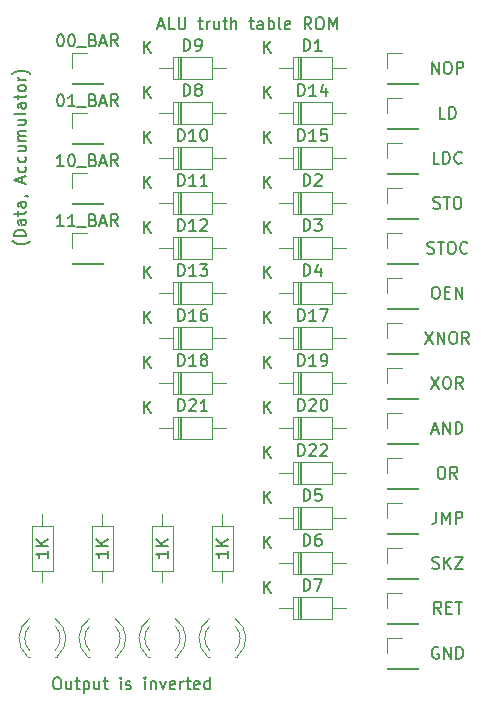
<source format=gbr>
%TF.GenerationSoftware,KiCad,Pcbnew,7.0.8*%
%TF.CreationDate,2023-10-13T11:08:27-07:00*%
%TF.ProjectId,alu_control,616c755f-636f-46e7-9472-6f6c2e6b6963,rev?*%
%TF.SameCoordinates,Original*%
%TF.FileFunction,Legend,Top*%
%TF.FilePolarity,Positive*%
%FSLAX46Y46*%
G04 Gerber Fmt 4.6, Leading zero omitted, Abs format (unit mm)*
G04 Created by KiCad (PCBNEW 7.0.8) date 2023-10-13 11:08:27*
%MOMM*%
%LPD*%
G01*
G04 APERTURE LIST*
%ADD10C,0.150000*%
%ADD11C,0.120000*%
G04 APERTURE END LIST*
D10*
X27197255Y-80149819D02*
X27387731Y-80149819D01*
X27387731Y-80149819D02*
X27482969Y-80197438D01*
X27482969Y-80197438D02*
X27578207Y-80292676D01*
X27578207Y-80292676D02*
X27625826Y-80483152D01*
X27625826Y-80483152D02*
X27625826Y-80816485D01*
X27625826Y-80816485D02*
X27578207Y-81006961D01*
X27578207Y-81006961D02*
X27482969Y-81102200D01*
X27482969Y-81102200D02*
X27387731Y-81149819D01*
X27387731Y-81149819D02*
X27197255Y-81149819D01*
X27197255Y-81149819D02*
X27102017Y-81102200D01*
X27102017Y-81102200D02*
X27006779Y-81006961D01*
X27006779Y-81006961D02*
X26959160Y-80816485D01*
X26959160Y-80816485D02*
X26959160Y-80483152D01*
X26959160Y-80483152D02*
X27006779Y-80292676D01*
X27006779Y-80292676D02*
X27102017Y-80197438D01*
X27102017Y-80197438D02*
X27197255Y-80149819D01*
X28482969Y-80483152D02*
X28482969Y-81149819D01*
X28054398Y-80483152D02*
X28054398Y-81006961D01*
X28054398Y-81006961D02*
X28102017Y-81102200D01*
X28102017Y-81102200D02*
X28197255Y-81149819D01*
X28197255Y-81149819D02*
X28340112Y-81149819D01*
X28340112Y-81149819D02*
X28435350Y-81102200D01*
X28435350Y-81102200D02*
X28482969Y-81054580D01*
X28816303Y-80483152D02*
X29197255Y-80483152D01*
X28959160Y-80149819D02*
X28959160Y-81006961D01*
X28959160Y-81006961D02*
X29006779Y-81102200D01*
X29006779Y-81102200D02*
X29102017Y-81149819D01*
X29102017Y-81149819D02*
X29197255Y-81149819D01*
X29530589Y-80483152D02*
X29530589Y-81483152D01*
X29530589Y-80530771D02*
X29625827Y-80483152D01*
X29625827Y-80483152D02*
X29816303Y-80483152D01*
X29816303Y-80483152D02*
X29911541Y-80530771D01*
X29911541Y-80530771D02*
X29959160Y-80578390D01*
X29959160Y-80578390D02*
X30006779Y-80673628D01*
X30006779Y-80673628D02*
X30006779Y-80959342D01*
X30006779Y-80959342D02*
X29959160Y-81054580D01*
X29959160Y-81054580D02*
X29911541Y-81102200D01*
X29911541Y-81102200D02*
X29816303Y-81149819D01*
X29816303Y-81149819D02*
X29625827Y-81149819D01*
X29625827Y-81149819D02*
X29530589Y-81102200D01*
X30863922Y-80483152D02*
X30863922Y-81149819D01*
X30435351Y-80483152D02*
X30435351Y-81006961D01*
X30435351Y-81006961D02*
X30482970Y-81102200D01*
X30482970Y-81102200D02*
X30578208Y-81149819D01*
X30578208Y-81149819D02*
X30721065Y-81149819D01*
X30721065Y-81149819D02*
X30816303Y-81102200D01*
X30816303Y-81102200D02*
X30863922Y-81054580D01*
X31197256Y-80483152D02*
X31578208Y-80483152D01*
X31340113Y-80149819D02*
X31340113Y-81006961D01*
X31340113Y-81006961D02*
X31387732Y-81102200D01*
X31387732Y-81102200D02*
X31482970Y-81149819D01*
X31482970Y-81149819D02*
X31578208Y-81149819D01*
X32673447Y-81149819D02*
X32673447Y-80483152D01*
X32673447Y-80149819D02*
X32625828Y-80197438D01*
X32625828Y-80197438D02*
X32673447Y-80245057D01*
X32673447Y-80245057D02*
X32721066Y-80197438D01*
X32721066Y-80197438D02*
X32673447Y-80149819D01*
X32673447Y-80149819D02*
X32673447Y-80245057D01*
X33102018Y-81102200D02*
X33197256Y-81149819D01*
X33197256Y-81149819D02*
X33387732Y-81149819D01*
X33387732Y-81149819D02*
X33482970Y-81102200D01*
X33482970Y-81102200D02*
X33530589Y-81006961D01*
X33530589Y-81006961D02*
X33530589Y-80959342D01*
X33530589Y-80959342D02*
X33482970Y-80864104D01*
X33482970Y-80864104D02*
X33387732Y-80816485D01*
X33387732Y-80816485D02*
X33244875Y-80816485D01*
X33244875Y-80816485D02*
X33149637Y-80768866D01*
X33149637Y-80768866D02*
X33102018Y-80673628D01*
X33102018Y-80673628D02*
X33102018Y-80626009D01*
X33102018Y-80626009D02*
X33149637Y-80530771D01*
X33149637Y-80530771D02*
X33244875Y-80483152D01*
X33244875Y-80483152D02*
X33387732Y-80483152D01*
X33387732Y-80483152D02*
X33482970Y-80530771D01*
X34721066Y-81149819D02*
X34721066Y-80483152D01*
X34721066Y-80149819D02*
X34673447Y-80197438D01*
X34673447Y-80197438D02*
X34721066Y-80245057D01*
X34721066Y-80245057D02*
X34768685Y-80197438D01*
X34768685Y-80197438D02*
X34721066Y-80149819D01*
X34721066Y-80149819D02*
X34721066Y-80245057D01*
X35197256Y-80483152D02*
X35197256Y-81149819D01*
X35197256Y-80578390D02*
X35244875Y-80530771D01*
X35244875Y-80530771D02*
X35340113Y-80483152D01*
X35340113Y-80483152D02*
X35482970Y-80483152D01*
X35482970Y-80483152D02*
X35578208Y-80530771D01*
X35578208Y-80530771D02*
X35625827Y-80626009D01*
X35625827Y-80626009D02*
X35625827Y-81149819D01*
X36006780Y-80483152D02*
X36244875Y-81149819D01*
X36244875Y-81149819D02*
X36482970Y-80483152D01*
X37244875Y-81102200D02*
X37149637Y-81149819D01*
X37149637Y-81149819D02*
X36959161Y-81149819D01*
X36959161Y-81149819D02*
X36863923Y-81102200D01*
X36863923Y-81102200D02*
X36816304Y-81006961D01*
X36816304Y-81006961D02*
X36816304Y-80626009D01*
X36816304Y-80626009D02*
X36863923Y-80530771D01*
X36863923Y-80530771D02*
X36959161Y-80483152D01*
X36959161Y-80483152D02*
X37149637Y-80483152D01*
X37149637Y-80483152D02*
X37244875Y-80530771D01*
X37244875Y-80530771D02*
X37292494Y-80626009D01*
X37292494Y-80626009D02*
X37292494Y-80721247D01*
X37292494Y-80721247D02*
X36816304Y-80816485D01*
X37721066Y-81149819D02*
X37721066Y-80483152D01*
X37721066Y-80673628D02*
X37768685Y-80578390D01*
X37768685Y-80578390D02*
X37816304Y-80530771D01*
X37816304Y-80530771D02*
X37911542Y-80483152D01*
X37911542Y-80483152D02*
X38006780Y-80483152D01*
X38197257Y-80483152D02*
X38578209Y-80483152D01*
X38340114Y-80149819D02*
X38340114Y-81006961D01*
X38340114Y-81006961D02*
X38387733Y-81102200D01*
X38387733Y-81102200D02*
X38482971Y-81149819D01*
X38482971Y-81149819D02*
X38578209Y-81149819D01*
X39292495Y-81102200D02*
X39197257Y-81149819D01*
X39197257Y-81149819D02*
X39006781Y-81149819D01*
X39006781Y-81149819D02*
X38911543Y-81102200D01*
X38911543Y-81102200D02*
X38863924Y-81006961D01*
X38863924Y-81006961D02*
X38863924Y-80626009D01*
X38863924Y-80626009D02*
X38911543Y-80530771D01*
X38911543Y-80530771D02*
X39006781Y-80483152D01*
X39006781Y-80483152D02*
X39197257Y-80483152D01*
X39197257Y-80483152D02*
X39292495Y-80530771D01*
X39292495Y-80530771D02*
X39340114Y-80626009D01*
X39340114Y-80626009D02*
X39340114Y-80721247D01*
X39340114Y-80721247D02*
X38863924Y-80816485D01*
X40197257Y-81149819D02*
X40197257Y-80149819D01*
X40197257Y-81102200D02*
X40102019Y-81149819D01*
X40102019Y-81149819D02*
X39911543Y-81149819D01*
X39911543Y-81149819D02*
X39816305Y-81102200D01*
X39816305Y-81102200D02*
X39768686Y-81054580D01*
X39768686Y-81054580D02*
X39721067Y-80959342D01*
X39721067Y-80959342D02*
X39721067Y-80673628D01*
X39721067Y-80673628D02*
X39768686Y-80578390D01*
X39768686Y-80578390D02*
X39816305Y-80530771D01*
X39816305Y-80530771D02*
X39911543Y-80483152D01*
X39911543Y-80483152D02*
X40102019Y-80483152D01*
X40102019Y-80483152D02*
X40197257Y-80530771D01*
X25015771Y-43192506D02*
X24968152Y-43240125D01*
X24968152Y-43240125D02*
X24825295Y-43335363D01*
X24825295Y-43335363D02*
X24730057Y-43382982D01*
X24730057Y-43382982D02*
X24587200Y-43430601D01*
X24587200Y-43430601D02*
X24349104Y-43478220D01*
X24349104Y-43478220D02*
X24158628Y-43478220D01*
X24158628Y-43478220D02*
X23920533Y-43430601D01*
X23920533Y-43430601D02*
X23777676Y-43382982D01*
X23777676Y-43382982D02*
X23682438Y-43335363D01*
X23682438Y-43335363D02*
X23539580Y-43240125D01*
X23539580Y-43240125D02*
X23491961Y-43192506D01*
X24634819Y-42811553D02*
X23634819Y-42811553D01*
X23634819Y-42811553D02*
X23634819Y-42573458D01*
X23634819Y-42573458D02*
X23682438Y-42430601D01*
X23682438Y-42430601D02*
X23777676Y-42335363D01*
X23777676Y-42335363D02*
X23872914Y-42287744D01*
X23872914Y-42287744D02*
X24063390Y-42240125D01*
X24063390Y-42240125D02*
X24206247Y-42240125D01*
X24206247Y-42240125D02*
X24396723Y-42287744D01*
X24396723Y-42287744D02*
X24491961Y-42335363D01*
X24491961Y-42335363D02*
X24587200Y-42430601D01*
X24587200Y-42430601D02*
X24634819Y-42573458D01*
X24634819Y-42573458D02*
X24634819Y-42811553D01*
X24634819Y-41382982D02*
X24111009Y-41382982D01*
X24111009Y-41382982D02*
X24015771Y-41430601D01*
X24015771Y-41430601D02*
X23968152Y-41525839D01*
X23968152Y-41525839D02*
X23968152Y-41716315D01*
X23968152Y-41716315D02*
X24015771Y-41811553D01*
X24587200Y-41382982D02*
X24634819Y-41478220D01*
X24634819Y-41478220D02*
X24634819Y-41716315D01*
X24634819Y-41716315D02*
X24587200Y-41811553D01*
X24587200Y-41811553D02*
X24491961Y-41859172D01*
X24491961Y-41859172D02*
X24396723Y-41859172D01*
X24396723Y-41859172D02*
X24301485Y-41811553D01*
X24301485Y-41811553D02*
X24253866Y-41716315D01*
X24253866Y-41716315D02*
X24253866Y-41478220D01*
X24253866Y-41478220D02*
X24206247Y-41382982D01*
X23968152Y-41049648D02*
X23968152Y-40668696D01*
X23634819Y-40906791D02*
X24491961Y-40906791D01*
X24491961Y-40906791D02*
X24587200Y-40859172D01*
X24587200Y-40859172D02*
X24634819Y-40763934D01*
X24634819Y-40763934D02*
X24634819Y-40668696D01*
X24634819Y-39906791D02*
X24111009Y-39906791D01*
X24111009Y-39906791D02*
X24015771Y-39954410D01*
X24015771Y-39954410D02*
X23968152Y-40049648D01*
X23968152Y-40049648D02*
X23968152Y-40240124D01*
X23968152Y-40240124D02*
X24015771Y-40335362D01*
X24587200Y-39906791D02*
X24634819Y-40002029D01*
X24634819Y-40002029D02*
X24634819Y-40240124D01*
X24634819Y-40240124D02*
X24587200Y-40335362D01*
X24587200Y-40335362D02*
X24491961Y-40382981D01*
X24491961Y-40382981D02*
X24396723Y-40382981D01*
X24396723Y-40382981D02*
X24301485Y-40335362D01*
X24301485Y-40335362D02*
X24253866Y-40240124D01*
X24253866Y-40240124D02*
X24253866Y-40002029D01*
X24253866Y-40002029D02*
X24206247Y-39906791D01*
X24587200Y-39382981D02*
X24634819Y-39382981D01*
X24634819Y-39382981D02*
X24730057Y-39430600D01*
X24730057Y-39430600D02*
X24777676Y-39478219D01*
X24349104Y-38240124D02*
X24349104Y-37763934D01*
X24634819Y-38335362D02*
X23634819Y-38002029D01*
X23634819Y-38002029D02*
X24634819Y-37668696D01*
X24587200Y-36906791D02*
X24634819Y-37002029D01*
X24634819Y-37002029D02*
X24634819Y-37192505D01*
X24634819Y-37192505D02*
X24587200Y-37287743D01*
X24587200Y-37287743D02*
X24539580Y-37335362D01*
X24539580Y-37335362D02*
X24444342Y-37382981D01*
X24444342Y-37382981D02*
X24158628Y-37382981D01*
X24158628Y-37382981D02*
X24063390Y-37335362D01*
X24063390Y-37335362D02*
X24015771Y-37287743D01*
X24015771Y-37287743D02*
X23968152Y-37192505D01*
X23968152Y-37192505D02*
X23968152Y-37002029D01*
X23968152Y-37002029D02*
X24015771Y-36906791D01*
X24587200Y-36049648D02*
X24634819Y-36144886D01*
X24634819Y-36144886D02*
X24634819Y-36335362D01*
X24634819Y-36335362D02*
X24587200Y-36430600D01*
X24587200Y-36430600D02*
X24539580Y-36478219D01*
X24539580Y-36478219D02*
X24444342Y-36525838D01*
X24444342Y-36525838D02*
X24158628Y-36525838D01*
X24158628Y-36525838D02*
X24063390Y-36478219D01*
X24063390Y-36478219D02*
X24015771Y-36430600D01*
X24015771Y-36430600D02*
X23968152Y-36335362D01*
X23968152Y-36335362D02*
X23968152Y-36144886D01*
X23968152Y-36144886D02*
X24015771Y-36049648D01*
X23968152Y-35192505D02*
X24634819Y-35192505D01*
X23968152Y-35621076D02*
X24491961Y-35621076D01*
X24491961Y-35621076D02*
X24587200Y-35573457D01*
X24587200Y-35573457D02*
X24634819Y-35478219D01*
X24634819Y-35478219D02*
X24634819Y-35335362D01*
X24634819Y-35335362D02*
X24587200Y-35240124D01*
X24587200Y-35240124D02*
X24539580Y-35192505D01*
X24634819Y-34716314D02*
X23968152Y-34716314D01*
X24063390Y-34716314D02*
X24015771Y-34668695D01*
X24015771Y-34668695D02*
X23968152Y-34573457D01*
X23968152Y-34573457D02*
X23968152Y-34430600D01*
X23968152Y-34430600D02*
X24015771Y-34335362D01*
X24015771Y-34335362D02*
X24111009Y-34287743D01*
X24111009Y-34287743D02*
X24634819Y-34287743D01*
X24111009Y-34287743D02*
X24015771Y-34240124D01*
X24015771Y-34240124D02*
X23968152Y-34144886D01*
X23968152Y-34144886D02*
X23968152Y-34002029D01*
X23968152Y-34002029D02*
X24015771Y-33906790D01*
X24015771Y-33906790D02*
X24111009Y-33859171D01*
X24111009Y-33859171D02*
X24634819Y-33859171D01*
X23968152Y-32954410D02*
X24634819Y-32954410D01*
X23968152Y-33382981D02*
X24491961Y-33382981D01*
X24491961Y-33382981D02*
X24587200Y-33335362D01*
X24587200Y-33335362D02*
X24634819Y-33240124D01*
X24634819Y-33240124D02*
X24634819Y-33097267D01*
X24634819Y-33097267D02*
X24587200Y-33002029D01*
X24587200Y-33002029D02*
X24539580Y-32954410D01*
X24634819Y-32335362D02*
X24587200Y-32430600D01*
X24587200Y-32430600D02*
X24491961Y-32478219D01*
X24491961Y-32478219D02*
X23634819Y-32478219D01*
X24634819Y-31525838D02*
X24111009Y-31525838D01*
X24111009Y-31525838D02*
X24015771Y-31573457D01*
X24015771Y-31573457D02*
X23968152Y-31668695D01*
X23968152Y-31668695D02*
X23968152Y-31859171D01*
X23968152Y-31859171D02*
X24015771Y-31954409D01*
X24587200Y-31525838D02*
X24634819Y-31621076D01*
X24634819Y-31621076D02*
X24634819Y-31859171D01*
X24634819Y-31859171D02*
X24587200Y-31954409D01*
X24587200Y-31954409D02*
X24491961Y-32002028D01*
X24491961Y-32002028D02*
X24396723Y-32002028D01*
X24396723Y-32002028D02*
X24301485Y-31954409D01*
X24301485Y-31954409D02*
X24253866Y-31859171D01*
X24253866Y-31859171D02*
X24253866Y-31621076D01*
X24253866Y-31621076D02*
X24206247Y-31525838D01*
X23968152Y-31192504D02*
X23968152Y-30811552D01*
X23634819Y-31049647D02*
X24491961Y-31049647D01*
X24491961Y-31049647D02*
X24587200Y-31002028D01*
X24587200Y-31002028D02*
X24634819Y-30906790D01*
X24634819Y-30906790D02*
X24634819Y-30811552D01*
X24634819Y-30335361D02*
X24587200Y-30430599D01*
X24587200Y-30430599D02*
X24539580Y-30478218D01*
X24539580Y-30478218D02*
X24444342Y-30525837D01*
X24444342Y-30525837D02*
X24158628Y-30525837D01*
X24158628Y-30525837D02*
X24063390Y-30478218D01*
X24063390Y-30478218D02*
X24015771Y-30430599D01*
X24015771Y-30430599D02*
X23968152Y-30335361D01*
X23968152Y-30335361D02*
X23968152Y-30192504D01*
X23968152Y-30192504D02*
X24015771Y-30097266D01*
X24015771Y-30097266D02*
X24063390Y-30049647D01*
X24063390Y-30049647D02*
X24158628Y-30002028D01*
X24158628Y-30002028D02*
X24444342Y-30002028D01*
X24444342Y-30002028D02*
X24539580Y-30049647D01*
X24539580Y-30049647D02*
X24587200Y-30097266D01*
X24587200Y-30097266D02*
X24634819Y-30192504D01*
X24634819Y-30192504D02*
X24634819Y-30335361D01*
X24634819Y-29573456D02*
X23968152Y-29573456D01*
X24158628Y-29573456D02*
X24063390Y-29525837D01*
X24063390Y-29525837D02*
X24015771Y-29478218D01*
X24015771Y-29478218D02*
X23968152Y-29382980D01*
X23968152Y-29382980D02*
X23968152Y-29287742D01*
X25015771Y-29049646D02*
X24968152Y-29002027D01*
X24968152Y-29002027D02*
X24825295Y-28906789D01*
X24825295Y-28906789D02*
X24730057Y-28859170D01*
X24730057Y-28859170D02*
X24587200Y-28811551D01*
X24587200Y-28811551D02*
X24349104Y-28763932D01*
X24349104Y-28763932D02*
X24158628Y-28763932D01*
X24158628Y-28763932D02*
X23920533Y-28811551D01*
X23920533Y-28811551D02*
X23777676Y-28859170D01*
X23777676Y-28859170D02*
X23682438Y-28906789D01*
X23682438Y-28906789D02*
X23539580Y-29002027D01*
X23539580Y-29002027D02*
X23491961Y-29049646D01*
X35849160Y-24984104D02*
X36325350Y-24984104D01*
X35753922Y-25269819D02*
X36087255Y-24269819D01*
X36087255Y-24269819D02*
X36420588Y-25269819D01*
X37230112Y-25269819D02*
X36753922Y-25269819D01*
X36753922Y-25269819D02*
X36753922Y-24269819D01*
X37563446Y-24269819D02*
X37563446Y-25079342D01*
X37563446Y-25079342D02*
X37611065Y-25174580D01*
X37611065Y-25174580D02*
X37658684Y-25222200D01*
X37658684Y-25222200D02*
X37753922Y-25269819D01*
X37753922Y-25269819D02*
X37944398Y-25269819D01*
X37944398Y-25269819D02*
X38039636Y-25222200D01*
X38039636Y-25222200D02*
X38087255Y-25174580D01*
X38087255Y-25174580D02*
X38134874Y-25079342D01*
X38134874Y-25079342D02*
X38134874Y-24269819D01*
X39230113Y-24603152D02*
X39611065Y-24603152D01*
X39372970Y-24269819D02*
X39372970Y-25126961D01*
X39372970Y-25126961D02*
X39420589Y-25222200D01*
X39420589Y-25222200D02*
X39515827Y-25269819D01*
X39515827Y-25269819D02*
X39611065Y-25269819D01*
X39944399Y-25269819D02*
X39944399Y-24603152D01*
X39944399Y-24793628D02*
X39992018Y-24698390D01*
X39992018Y-24698390D02*
X40039637Y-24650771D01*
X40039637Y-24650771D02*
X40134875Y-24603152D01*
X40134875Y-24603152D02*
X40230113Y-24603152D01*
X40992018Y-24603152D02*
X40992018Y-25269819D01*
X40563447Y-24603152D02*
X40563447Y-25126961D01*
X40563447Y-25126961D02*
X40611066Y-25222200D01*
X40611066Y-25222200D02*
X40706304Y-25269819D01*
X40706304Y-25269819D02*
X40849161Y-25269819D01*
X40849161Y-25269819D02*
X40944399Y-25222200D01*
X40944399Y-25222200D02*
X40992018Y-25174580D01*
X41325352Y-24603152D02*
X41706304Y-24603152D01*
X41468209Y-24269819D02*
X41468209Y-25126961D01*
X41468209Y-25126961D02*
X41515828Y-25222200D01*
X41515828Y-25222200D02*
X41611066Y-25269819D01*
X41611066Y-25269819D02*
X41706304Y-25269819D01*
X42039638Y-25269819D02*
X42039638Y-24269819D01*
X42468209Y-25269819D02*
X42468209Y-24746009D01*
X42468209Y-24746009D02*
X42420590Y-24650771D01*
X42420590Y-24650771D02*
X42325352Y-24603152D01*
X42325352Y-24603152D02*
X42182495Y-24603152D01*
X42182495Y-24603152D02*
X42087257Y-24650771D01*
X42087257Y-24650771D02*
X42039638Y-24698390D01*
X43563448Y-24603152D02*
X43944400Y-24603152D01*
X43706305Y-24269819D02*
X43706305Y-25126961D01*
X43706305Y-25126961D02*
X43753924Y-25222200D01*
X43753924Y-25222200D02*
X43849162Y-25269819D01*
X43849162Y-25269819D02*
X43944400Y-25269819D01*
X44706305Y-25269819D02*
X44706305Y-24746009D01*
X44706305Y-24746009D02*
X44658686Y-24650771D01*
X44658686Y-24650771D02*
X44563448Y-24603152D01*
X44563448Y-24603152D02*
X44372972Y-24603152D01*
X44372972Y-24603152D02*
X44277734Y-24650771D01*
X44706305Y-25222200D02*
X44611067Y-25269819D01*
X44611067Y-25269819D02*
X44372972Y-25269819D01*
X44372972Y-25269819D02*
X44277734Y-25222200D01*
X44277734Y-25222200D02*
X44230115Y-25126961D01*
X44230115Y-25126961D02*
X44230115Y-25031723D01*
X44230115Y-25031723D02*
X44277734Y-24936485D01*
X44277734Y-24936485D02*
X44372972Y-24888866D01*
X44372972Y-24888866D02*
X44611067Y-24888866D01*
X44611067Y-24888866D02*
X44706305Y-24841247D01*
X45182496Y-25269819D02*
X45182496Y-24269819D01*
X45182496Y-24650771D02*
X45277734Y-24603152D01*
X45277734Y-24603152D02*
X45468210Y-24603152D01*
X45468210Y-24603152D02*
X45563448Y-24650771D01*
X45563448Y-24650771D02*
X45611067Y-24698390D01*
X45611067Y-24698390D02*
X45658686Y-24793628D01*
X45658686Y-24793628D02*
X45658686Y-25079342D01*
X45658686Y-25079342D02*
X45611067Y-25174580D01*
X45611067Y-25174580D02*
X45563448Y-25222200D01*
X45563448Y-25222200D02*
X45468210Y-25269819D01*
X45468210Y-25269819D02*
X45277734Y-25269819D01*
X45277734Y-25269819D02*
X45182496Y-25222200D01*
X46230115Y-25269819D02*
X46134877Y-25222200D01*
X46134877Y-25222200D02*
X46087258Y-25126961D01*
X46087258Y-25126961D02*
X46087258Y-24269819D01*
X46992020Y-25222200D02*
X46896782Y-25269819D01*
X46896782Y-25269819D02*
X46706306Y-25269819D01*
X46706306Y-25269819D02*
X46611068Y-25222200D01*
X46611068Y-25222200D02*
X46563449Y-25126961D01*
X46563449Y-25126961D02*
X46563449Y-24746009D01*
X46563449Y-24746009D02*
X46611068Y-24650771D01*
X46611068Y-24650771D02*
X46706306Y-24603152D01*
X46706306Y-24603152D02*
X46896782Y-24603152D01*
X46896782Y-24603152D02*
X46992020Y-24650771D01*
X46992020Y-24650771D02*
X47039639Y-24746009D01*
X47039639Y-24746009D02*
X47039639Y-24841247D01*
X47039639Y-24841247D02*
X46563449Y-24936485D01*
X48801544Y-25269819D02*
X48468211Y-24793628D01*
X48230116Y-25269819D02*
X48230116Y-24269819D01*
X48230116Y-24269819D02*
X48611068Y-24269819D01*
X48611068Y-24269819D02*
X48706306Y-24317438D01*
X48706306Y-24317438D02*
X48753925Y-24365057D01*
X48753925Y-24365057D02*
X48801544Y-24460295D01*
X48801544Y-24460295D02*
X48801544Y-24603152D01*
X48801544Y-24603152D02*
X48753925Y-24698390D01*
X48753925Y-24698390D02*
X48706306Y-24746009D01*
X48706306Y-24746009D02*
X48611068Y-24793628D01*
X48611068Y-24793628D02*
X48230116Y-24793628D01*
X49420592Y-24269819D02*
X49611068Y-24269819D01*
X49611068Y-24269819D02*
X49706306Y-24317438D01*
X49706306Y-24317438D02*
X49801544Y-24412676D01*
X49801544Y-24412676D02*
X49849163Y-24603152D01*
X49849163Y-24603152D02*
X49849163Y-24936485D01*
X49849163Y-24936485D02*
X49801544Y-25126961D01*
X49801544Y-25126961D02*
X49706306Y-25222200D01*
X49706306Y-25222200D02*
X49611068Y-25269819D01*
X49611068Y-25269819D02*
X49420592Y-25269819D01*
X49420592Y-25269819D02*
X49325354Y-25222200D01*
X49325354Y-25222200D02*
X49230116Y-25126961D01*
X49230116Y-25126961D02*
X49182497Y-24936485D01*
X49182497Y-24936485D02*
X49182497Y-24603152D01*
X49182497Y-24603152D02*
X49230116Y-24412676D01*
X49230116Y-24412676D02*
X49325354Y-24317438D01*
X49325354Y-24317438D02*
X49420592Y-24269819D01*
X50277735Y-25269819D02*
X50277735Y-24269819D01*
X50277735Y-24269819D02*
X50611068Y-24984104D01*
X50611068Y-24984104D02*
X50944401Y-24269819D01*
X50944401Y-24269819D02*
X50944401Y-25269819D01*
X41729819Y-69429285D02*
X41729819Y-70000713D01*
X41729819Y-69714999D02*
X40729819Y-69714999D01*
X40729819Y-69714999D02*
X40872676Y-69810237D01*
X40872676Y-69810237D02*
X40967914Y-69905475D01*
X40967914Y-69905475D02*
X41015533Y-70000713D01*
X41729819Y-69000713D02*
X40729819Y-69000713D01*
X41729819Y-68429285D02*
X41158390Y-68857856D01*
X40729819Y-68429285D02*
X41301247Y-69000713D01*
X36649819Y-69429285D02*
X36649819Y-70000713D01*
X36649819Y-69714999D02*
X35649819Y-69714999D01*
X35649819Y-69714999D02*
X35792676Y-69810237D01*
X35792676Y-69810237D02*
X35887914Y-69905475D01*
X35887914Y-69905475D02*
X35935533Y-70000713D01*
X36649819Y-69000713D02*
X35649819Y-69000713D01*
X36649819Y-68429285D02*
X36078390Y-68857856D01*
X35649819Y-68429285D02*
X36221247Y-69000713D01*
X31569819Y-69429285D02*
X31569819Y-70000713D01*
X31569819Y-69714999D02*
X30569819Y-69714999D01*
X30569819Y-69714999D02*
X30712676Y-69810237D01*
X30712676Y-69810237D02*
X30807914Y-69905475D01*
X30807914Y-69905475D02*
X30855533Y-70000713D01*
X31569819Y-69000713D02*
X30569819Y-69000713D01*
X31569819Y-68429285D02*
X30998390Y-68857856D01*
X30569819Y-68429285D02*
X31141247Y-69000713D01*
X26489819Y-69429285D02*
X26489819Y-70000713D01*
X26489819Y-69714999D02*
X25489819Y-69714999D01*
X25489819Y-69714999D02*
X25632676Y-69810237D01*
X25632676Y-69810237D02*
X25727914Y-69905475D01*
X25727914Y-69905475D02*
X25775533Y-70000713D01*
X26489819Y-69000713D02*
X25489819Y-69000713D01*
X26489819Y-68429285D02*
X25918390Y-68857856D01*
X25489819Y-68429285D02*
X26061247Y-69000713D01*
X59563095Y-77607438D02*
X59467857Y-77559819D01*
X59467857Y-77559819D02*
X59325000Y-77559819D01*
X59325000Y-77559819D02*
X59182143Y-77607438D01*
X59182143Y-77607438D02*
X59086905Y-77702676D01*
X59086905Y-77702676D02*
X59039286Y-77797914D01*
X59039286Y-77797914D02*
X58991667Y-77988390D01*
X58991667Y-77988390D02*
X58991667Y-78131247D01*
X58991667Y-78131247D02*
X59039286Y-78321723D01*
X59039286Y-78321723D02*
X59086905Y-78416961D01*
X59086905Y-78416961D02*
X59182143Y-78512200D01*
X59182143Y-78512200D02*
X59325000Y-78559819D01*
X59325000Y-78559819D02*
X59420238Y-78559819D01*
X59420238Y-78559819D02*
X59563095Y-78512200D01*
X59563095Y-78512200D02*
X59610714Y-78464580D01*
X59610714Y-78464580D02*
X59610714Y-78131247D01*
X59610714Y-78131247D02*
X59420238Y-78131247D01*
X60039286Y-78559819D02*
X60039286Y-77559819D01*
X60039286Y-77559819D02*
X60610714Y-78559819D01*
X60610714Y-78559819D02*
X60610714Y-77559819D01*
X61086905Y-78559819D02*
X61086905Y-77559819D01*
X61086905Y-77559819D02*
X61325000Y-77559819D01*
X61325000Y-77559819D02*
X61467857Y-77607438D01*
X61467857Y-77607438D02*
X61563095Y-77702676D01*
X61563095Y-77702676D02*
X61610714Y-77797914D01*
X61610714Y-77797914D02*
X61658333Y-77988390D01*
X61658333Y-77988390D02*
X61658333Y-78131247D01*
X61658333Y-78131247D02*
X61610714Y-78321723D01*
X61610714Y-78321723D02*
X61563095Y-78416961D01*
X61563095Y-78416961D02*
X61467857Y-78512200D01*
X61467857Y-78512200D02*
X61325000Y-78559819D01*
X61325000Y-78559819D02*
X61086905Y-78559819D01*
X58967857Y-54699819D02*
X59634523Y-55699819D01*
X59634523Y-54699819D02*
X58967857Y-55699819D01*
X60205952Y-54699819D02*
X60396428Y-54699819D01*
X60396428Y-54699819D02*
X60491666Y-54747438D01*
X60491666Y-54747438D02*
X60586904Y-54842676D01*
X60586904Y-54842676D02*
X60634523Y-55033152D01*
X60634523Y-55033152D02*
X60634523Y-55366485D01*
X60634523Y-55366485D02*
X60586904Y-55556961D01*
X60586904Y-55556961D02*
X60491666Y-55652200D01*
X60491666Y-55652200D02*
X60396428Y-55699819D01*
X60396428Y-55699819D02*
X60205952Y-55699819D01*
X60205952Y-55699819D02*
X60110714Y-55652200D01*
X60110714Y-55652200D02*
X60015476Y-55556961D01*
X60015476Y-55556961D02*
X59967857Y-55366485D01*
X59967857Y-55366485D02*
X59967857Y-55033152D01*
X59967857Y-55033152D02*
X60015476Y-54842676D01*
X60015476Y-54842676D02*
X60110714Y-54747438D01*
X60110714Y-54747438D02*
X60205952Y-54699819D01*
X61634523Y-55699819D02*
X61301190Y-55223628D01*
X61063095Y-55699819D02*
X61063095Y-54699819D01*
X61063095Y-54699819D02*
X61444047Y-54699819D01*
X61444047Y-54699819D02*
X61539285Y-54747438D01*
X61539285Y-54747438D02*
X61586904Y-54795057D01*
X61586904Y-54795057D02*
X61634523Y-54890295D01*
X61634523Y-54890295D02*
X61634523Y-55033152D01*
X61634523Y-55033152D02*
X61586904Y-55128390D01*
X61586904Y-55128390D02*
X61539285Y-55176009D01*
X61539285Y-55176009D02*
X61444047Y-55223628D01*
X61444047Y-55223628D02*
X61063095Y-55223628D01*
X58444048Y-50889819D02*
X59110714Y-51889819D01*
X59110714Y-50889819D02*
X58444048Y-51889819D01*
X59491667Y-51889819D02*
X59491667Y-50889819D01*
X59491667Y-50889819D02*
X60063095Y-51889819D01*
X60063095Y-51889819D02*
X60063095Y-50889819D01*
X60729762Y-50889819D02*
X60920238Y-50889819D01*
X60920238Y-50889819D02*
X61015476Y-50937438D01*
X61015476Y-50937438D02*
X61110714Y-51032676D01*
X61110714Y-51032676D02*
X61158333Y-51223152D01*
X61158333Y-51223152D02*
X61158333Y-51556485D01*
X61158333Y-51556485D02*
X61110714Y-51746961D01*
X61110714Y-51746961D02*
X61015476Y-51842200D01*
X61015476Y-51842200D02*
X60920238Y-51889819D01*
X60920238Y-51889819D02*
X60729762Y-51889819D01*
X60729762Y-51889819D02*
X60634524Y-51842200D01*
X60634524Y-51842200D02*
X60539286Y-51746961D01*
X60539286Y-51746961D02*
X60491667Y-51556485D01*
X60491667Y-51556485D02*
X60491667Y-51223152D01*
X60491667Y-51223152D02*
X60539286Y-51032676D01*
X60539286Y-51032676D02*
X60634524Y-50937438D01*
X60634524Y-50937438D02*
X60729762Y-50889819D01*
X62158333Y-51889819D02*
X61825000Y-51413628D01*
X61586905Y-51889819D02*
X61586905Y-50889819D01*
X61586905Y-50889819D02*
X61967857Y-50889819D01*
X61967857Y-50889819D02*
X62063095Y-50937438D01*
X62063095Y-50937438D02*
X62110714Y-50985057D01*
X62110714Y-50985057D02*
X62158333Y-51080295D01*
X62158333Y-51080295D02*
X62158333Y-51223152D01*
X62158333Y-51223152D02*
X62110714Y-51318390D01*
X62110714Y-51318390D02*
X62063095Y-51366009D01*
X62063095Y-51366009D02*
X61967857Y-51413628D01*
X61967857Y-51413628D02*
X61586905Y-51413628D01*
X58634524Y-44222200D02*
X58777381Y-44269819D01*
X58777381Y-44269819D02*
X59015476Y-44269819D01*
X59015476Y-44269819D02*
X59110714Y-44222200D01*
X59110714Y-44222200D02*
X59158333Y-44174580D01*
X59158333Y-44174580D02*
X59205952Y-44079342D01*
X59205952Y-44079342D02*
X59205952Y-43984104D01*
X59205952Y-43984104D02*
X59158333Y-43888866D01*
X59158333Y-43888866D02*
X59110714Y-43841247D01*
X59110714Y-43841247D02*
X59015476Y-43793628D01*
X59015476Y-43793628D02*
X58825000Y-43746009D01*
X58825000Y-43746009D02*
X58729762Y-43698390D01*
X58729762Y-43698390D02*
X58682143Y-43650771D01*
X58682143Y-43650771D02*
X58634524Y-43555533D01*
X58634524Y-43555533D02*
X58634524Y-43460295D01*
X58634524Y-43460295D02*
X58682143Y-43365057D01*
X58682143Y-43365057D02*
X58729762Y-43317438D01*
X58729762Y-43317438D02*
X58825000Y-43269819D01*
X58825000Y-43269819D02*
X59063095Y-43269819D01*
X59063095Y-43269819D02*
X59205952Y-43317438D01*
X59491667Y-43269819D02*
X60063095Y-43269819D01*
X59777381Y-44269819D02*
X59777381Y-43269819D01*
X60586905Y-43269819D02*
X60777381Y-43269819D01*
X60777381Y-43269819D02*
X60872619Y-43317438D01*
X60872619Y-43317438D02*
X60967857Y-43412676D01*
X60967857Y-43412676D02*
X61015476Y-43603152D01*
X61015476Y-43603152D02*
X61015476Y-43936485D01*
X61015476Y-43936485D02*
X60967857Y-44126961D01*
X60967857Y-44126961D02*
X60872619Y-44222200D01*
X60872619Y-44222200D02*
X60777381Y-44269819D01*
X60777381Y-44269819D02*
X60586905Y-44269819D01*
X60586905Y-44269819D02*
X60491667Y-44222200D01*
X60491667Y-44222200D02*
X60396429Y-44126961D01*
X60396429Y-44126961D02*
X60348810Y-43936485D01*
X60348810Y-43936485D02*
X60348810Y-43603152D01*
X60348810Y-43603152D02*
X60396429Y-43412676D01*
X60396429Y-43412676D02*
X60491667Y-43317438D01*
X60491667Y-43317438D02*
X60586905Y-43269819D01*
X62015476Y-44174580D02*
X61967857Y-44222200D01*
X61967857Y-44222200D02*
X61825000Y-44269819D01*
X61825000Y-44269819D02*
X61729762Y-44269819D01*
X61729762Y-44269819D02*
X61586905Y-44222200D01*
X61586905Y-44222200D02*
X61491667Y-44126961D01*
X61491667Y-44126961D02*
X61444048Y-44031723D01*
X61444048Y-44031723D02*
X61396429Y-43841247D01*
X61396429Y-43841247D02*
X61396429Y-43698390D01*
X61396429Y-43698390D02*
X61444048Y-43507914D01*
X61444048Y-43507914D02*
X61491667Y-43412676D01*
X61491667Y-43412676D02*
X61586905Y-43317438D01*
X61586905Y-43317438D02*
X61729762Y-43269819D01*
X61729762Y-43269819D02*
X61825000Y-43269819D01*
X61825000Y-43269819D02*
X61967857Y-43317438D01*
X61967857Y-43317438D02*
X62015476Y-43365057D01*
X59134524Y-40412200D02*
X59277381Y-40459819D01*
X59277381Y-40459819D02*
X59515476Y-40459819D01*
X59515476Y-40459819D02*
X59610714Y-40412200D01*
X59610714Y-40412200D02*
X59658333Y-40364580D01*
X59658333Y-40364580D02*
X59705952Y-40269342D01*
X59705952Y-40269342D02*
X59705952Y-40174104D01*
X59705952Y-40174104D02*
X59658333Y-40078866D01*
X59658333Y-40078866D02*
X59610714Y-40031247D01*
X59610714Y-40031247D02*
X59515476Y-39983628D01*
X59515476Y-39983628D02*
X59325000Y-39936009D01*
X59325000Y-39936009D02*
X59229762Y-39888390D01*
X59229762Y-39888390D02*
X59182143Y-39840771D01*
X59182143Y-39840771D02*
X59134524Y-39745533D01*
X59134524Y-39745533D02*
X59134524Y-39650295D01*
X59134524Y-39650295D02*
X59182143Y-39555057D01*
X59182143Y-39555057D02*
X59229762Y-39507438D01*
X59229762Y-39507438D02*
X59325000Y-39459819D01*
X59325000Y-39459819D02*
X59563095Y-39459819D01*
X59563095Y-39459819D02*
X59705952Y-39507438D01*
X59991667Y-39459819D02*
X60563095Y-39459819D01*
X60277381Y-40459819D02*
X60277381Y-39459819D01*
X61086905Y-39459819D02*
X61277381Y-39459819D01*
X61277381Y-39459819D02*
X61372619Y-39507438D01*
X61372619Y-39507438D02*
X61467857Y-39602676D01*
X61467857Y-39602676D02*
X61515476Y-39793152D01*
X61515476Y-39793152D02*
X61515476Y-40126485D01*
X61515476Y-40126485D02*
X61467857Y-40316961D01*
X61467857Y-40316961D02*
X61372619Y-40412200D01*
X61372619Y-40412200D02*
X61277381Y-40459819D01*
X61277381Y-40459819D02*
X61086905Y-40459819D01*
X61086905Y-40459819D02*
X60991667Y-40412200D01*
X60991667Y-40412200D02*
X60896429Y-40316961D01*
X60896429Y-40316961D02*
X60848810Y-40126485D01*
X60848810Y-40126485D02*
X60848810Y-39793152D01*
X60848810Y-39793152D02*
X60896429Y-39602676D01*
X60896429Y-39602676D02*
X60991667Y-39507438D01*
X60991667Y-39507438D02*
X61086905Y-39459819D01*
X59063095Y-70892200D02*
X59205952Y-70939819D01*
X59205952Y-70939819D02*
X59444047Y-70939819D01*
X59444047Y-70939819D02*
X59539285Y-70892200D01*
X59539285Y-70892200D02*
X59586904Y-70844580D01*
X59586904Y-70844580D02*
X59634523Y-70749342D01*
X59634523Y-70749342D02*
X59634523Y-70654104D01*
X59634523Y-70654104D02*
X59586904Y-70558866D01*
X59586904Y-70558866D02*
X59539285Y-70511247D01*
X59539285Y-70511247D02*
X59444047Y-70463628D01*
X59444047Y-70463628D02*
X59253571Y-70416009D01*
X59253571Y-70416009D02*
X59158333Y-70368390D01*
X59158333Y-70368390D02*
X59110714Y-70320771D01*
X59110714Y-70320771D02*
X59063095Y-70225533D01*
X59063095Y-70225533D02*
X59063095Y-70130295D01*
X59063095Y-70130295D02*
X59110714Y-70035057D01*
X59110714Y-70035057D02*
X59158333Y-69987438D01*
X59158333Y-69987438D02*
X59253571Y-69939819D01*
X59253571Y-69939819D02*
X59491666Y-69939819D01*
X59491666Y-69939819D02*
X59634523Y-69987438D01*
X60063095Y-70939819D02*
X60063095Y-69939819D01*
X60634523Y-70939819D02*
X60205952Y-70368390D01*
X60634523Y-69939819D02*
X60063095Y-70511247D01*
X60967857Y-69939819D02*
X61634523Y-69939819D01*
X61634523Y-69939819D02*
X60967857Y-70939819D01*
X60967857Y-70939819D02*
X61634523Y-70939819D01*
X59801190Y-74749819D02*
X59467857Y-74273628D01*
X59229762Y-74749819D02*
X59229762Y-73749819D01*
X59229762Y-73749819D02*
X59610714Y-73749819D01*
X59610714Y-73749819D02*
X59705952Y-73797438D01*
X59705952Y-73797438D02*
X59753571Y-73845057D01*
X59753571Y-73845057D02*
X59801190Y-73940295D01*
X59801190Y-73940295D02*
X59801190Y-74083152D01*
X59801190Y-74083152D02*
X59753571Y-74178390D01*
X59753571Y-74178390D02*
X59705952Y-74226009D01*
X59705952Y-74226009D02*
X59610714Y-74273628D01*
X59610714Y-74273628D02*
X59229762Y-74273628D01*
X60229762Y-74226009D02*
X60563095Y-74226009D01*
X60705952Y-74749819D02*
X60229762Y-74749819D01*
X60229762Y-74749819D02*
X60229762Y-73749819D01*
X60229762Y-73749819D02*
X60705952Y-73749819D01*
X60991667Y-73749819D02*
X61563095Y-73749819D01*
X61277381Y-74749819D02*
X61277381Y-73749819D01*
X59729762Y-62319819D02*
X59920238Y-62319819D01*
X59920238Y-62319819D02*
X60015476Y-62367438D01*
X60015476Y-62367438D02*
X60110714Y-62462676D01*
X60110714Y-62462676D02*
X60158333Y-62653152D01*
X60158333Y-62653152D02*
X60158333Y-62986485D01*
X60158333Y-62986485D02*
X60110714Y-63176961D01*
X60110714Y-63176961D02*
X60015476Y-63272200D01*
X60015476Y-63272200D02*
X59920238Y-63319819D01*
X59920238Y-63319819D02*
X59729762Y-63319819D01*
X59729762Y-63319819D02*
X59634524Y-63272200D01*
X59634524Y-63272200D02*
X59539286Y-63176961D01*
X59539286Y-63176961D02*
X59491667Y-62986485D01*
X59491667Y-62986485D02*
X59491667Y-62653152D01*
X59491667Y-62653152D02*
X59539286Y-62462676D01*
X59539286Y-62462676D02*
X59634524Y-62367438D01*
X59634524Y-62367438D02*
X59729762Y-62319819D01*
X61158333Y-63319819D02*
X60825000Y-62843628D01*
X60586905Y-63319819D02*
X60586905Y-62319819D01*
X60586905Y-62319819D02*
X60967857Y-62319819D01*
X60967857Y-62319819D02*
X61063095Y-62367438D01*
X61063095Y-62367438D02*
X61110714Y-62415057D01*
X61110714Y-62415057D02*
X61158333Y-62510295D01*
X61158333Y-62510295D02*
X61158333Y-62653152D01*
X61158333Y-62653152D02*
X61110714Y-62748390D01*
X61110714Y-62748390D02*
X61063095Y-62796009D01*
X61063095Y-62796009D02*
X60967857Y-62843628D01*
X60967857Y-62843628D02*
X60586905Y-62843628D01*
X27844999Y-41939819D02*
X27273571Y-41939819D01*
X27559285Y-41939819D02*
X27559285Y-40939819D01*
X27559285Y-40939819D02*
X27464047Y-41082676D01*
X27464047Y-41082676D02*
X27368809Y-41177914D01*
X27368809Y-41177914D02*
X27273571Y-41225533D01*
X28797380Y-41939819D02*
X28225952Y-41939819D01*
X28511666Y-41939819D02*
X28511666Y-40939819D01*
X28511666Y-40939819D02*
X28416428Y-41082676D01*
X28416428Y-41082676D02*
X28321190Y-41177914D01*
X28321190Y-41177914D02*
X28225952Y-41225533D01*
X28987857Y-42035057D02*
X29749761Y-42035057D01*
X30321190Y-41416009D02*
X30464047Y-41463628D01*
X30464047Y-41463628D02*
X30511666Y-41511247D01*
X30511666Y-41511247D02*
X30559285Y-41606485D01*
X30559285Y-41606485D02*
X30559285Y-41749342D01*
X30559285Y-41749342D02*
X30511666Y-41844580D01*
X30511666Y-41844580D02*
X30464047Y-41892200D01*
X30464047Y-41892200D02*
X30368809Y-41939819D01*
X30368809Y-41939819D02*
X29987857Y-41939819D01*
X29987857Y-41939819D02*
X29987857Y-40939819D01*
X29987857Y-40939819D02*
X30321190Y-40939819D01*
X30321190Y-40939819D02*
X30416428Y-40987438D01*
X30416428Y-40987438D02*
X30464047Y-41035057D01*
X30464047Y-41035057D02*
X30511666Y-41130295D01*
X30511666Y-41130295D02*
X30511666Y-41225533D01*
X30511666Y-41225533D02*
X30464047Y-41320771D01*
X30464047Y-41320771D02*
X30416428Y-41368390D01*
X30416428Y-41368390D02*
X30321190Y-41416009D01*
X30321190Y-41416009D02*
X29987857Y-41416009D01*
X30940238Y-41654104D02*
X31416428Y-41654104D01*
X30845000Y-41939819D02*
X31178333Y-40939819D01*
X31178333Y-40939819D02*
X31511666Y-41939819D01*
X32416428Y-41939819D02*
X32083095Y-41463628D01*
X31845000Y-41939819D02*
X31845000Y-40939819D01*
X31845000Y-40939819D02*
X32225952Y-40939819D01*
X32225952Y-40939819D02*
X32321190Y-40987438D01*
X32321190Y-40987438D02*
X32368809Y-41035057D01*
X32368809Y-41035057D02*
X32416428Y-41130295D01*
X32416428Y-41130295D02*
X32416428Y-41273152D01*
X32416428Y-41273152D02*
X32368809Y-41368390D01*
X32368809Y-41368390D02*
X32321190Y-41416009D01*
X32321190Y-41416009D02*
X32225952Y-41463628D01*
X32225952Y-41463628D02*
X31845000Y-41463628D01*
X27844999Y-36859819D02*
X27273571Y-36859819D01*
X27559285Y-36859819D02*
X27559285Y-35859819D01*
X27559285Y-35859819D02*
X27464047Y-36002676D01*
X27464047Y-36002676D02*
X27368809Y-36097914D01*
X27368809Y-36097914D02*
X27273571Y-36145533D01*
X28464047Y-35859819D02*
X28559285Y-35859819D01*
X28559285Y-35859819D02*
X28654523Y-35907438D01*
X28654523Y-35907438D02*
X28702142Y-35955057D01*
X28702142Y-35955057D02*
X28749761Y-36050295D01*
X28749761Y-36050295D02*
X28797380Y-36240771D01*
X28797380Y-36240771D02*
X28797380Y-36478866D01*
X28797380Y-36478866D02*
X28749761Y-36669342D01*
X28749761Y-36669342D02*
X28702142Y-36764580D01*
X28702142Y-36764580D02*
X28654523Y-36812200D01*
X28654523Y-36812200D02*
X28559285Y-36859819D01*
X28559285Y-36859819D02*
X28464047Y-36859819D01*
X28464047Y-36859819D02*
X28368809Y-36812200D01*
X28368809Y-36812200D02*
X28321190Y-36764580D01*
X28321190Y-36764580D02*
X28273571Y-36669342D01*
X28273571Y-36669342D02*
X28225952Y-36478866D01*
X28225952Y-36478866D02*
X28225952Y-36240771D01*
X28225952Y-36240771D02*
X28273571Y-36050295D01*
X28273571Y-36050295D02*
X28321190Y-35955057D01*
X28321190Y-35955057D02*
X28368809Y-35907438D01*
X28368809Y-35907438D02*
X28464047Y-35859819D01*
X28987857Y-36955057D02*
X29749761Y-36955057D01*
X30321190Y-36336009D02*
X30464047Y-36383628D01*
X30464047Y-36383628D02*
X30511666Y-36431247D01*
X30511666Y-36431247D02*
X30559285Y-36526485D01*
X30559285Y-36526485D02*
X30559285Y-36669342D01*
X30559285Y-36669342D02*
X30511666Y-36764580D01*
X30511666Y-36764580D02*
X30464047Y-36812200D01*
X30464047Y-36812200D02*
X30368809Y-36859819D01*
X30368809Y-36859819D02*
X29987857Y-36859819D01*
X29987857Y-36859819D02*
X29987857Y-35859819D01*
X29987857Y-35859819D02*
X30321190Y-35859819D01*
X30321190Y-35859819D02*
X30416428Y-35907438D01*
X30416428Y-35907438D02*
X30464047Y-35955057D01*
X30464047Y-35955057D02*
X30511666Y-36050295D01*
X30511666Y-36050295D02*
X30511666Y-36145533D01*
X30511666Y-36145533D02*
X30464047Y-36240771D01*
X30464047Y-36240771D02*
X30416428Y-36288390D01*
X30416428Y-36288390D02*
X30321190Y-36336009D01*
X30321190Y-36336009D02*
X29987857Y-36336009D01*
X30940238Y-36574104D02*
X31416428Y-36574104D01*
X30845000Y-36859819D02*
X31178333Y-35859819D01*
X31178333Y-35859819D02*
X31511666Y-36859819D01*
X32416428Y-36859819D02*
X32083095Y-36383628D01*
X31845000Y-36859819D02*
X31845000Y-35859819D01*
X31845000Y-35859819D02*
X32225952Y-35859819D01*
X32225952Y-35859819D02*
X32321190Y-35907438D01*
X32321190Y-35907438D02*
X32368809Y-35955057D01*
X32368809Y-35955057D02*
X32416428Y-36050295D01*
X32416428Y-36050295D02*
X32416428Y-36193152D01*
X32416428Y-36193152D02*
X32368809Y-36288390D01*
X32368809Y-36288390D02*
X32321190Y-36336009D01*
X32321190Y-36336009D02*
X32225952Y-36383628D01*
X32225952Y-36383628D02*
X31845000Y-36383628D01*
X27511666Y-30779819D02*
X27606904Y-30779819D01*
X27606904Y-30779819D02*
X27702142Y-30827438D01*
X27702142Y-30827438D02*
X27749761Y-30875057D01*
X27749761Y-30875057D02*
X27797380Y-30970295D01*
X27797380Y-30970295D02*
X27844999Y-31160771D01*
X27844999Y-31160771D02*
X27844999Y-31398866D01*
X27844999Y-31398866D02*
X27797380Y-31589342D01*
X27797380Y-31589342D02*
X27749761Y-31684580D01*
X27749761Y-31684580D02*
X27702142Y-31732200D01*
X27702142Y-31732200D02*
X27606904Y-31779819D01*
X27606904Y-31779819D02*
X27511666Y-31779819D01*
X27511666Y-31779819D02*
X27416428Y-31732200D01*
X27416428Y-31732200D02*
X27368809Y-31684580D01*
X27368809Y-31684580D02*
X27321190Y-31589342D01*
X27321190Y-31589342D02*
X27273571Y-31398866D01*
X27273571Y-31398866D02*
X27273571Y-31160771D01*
X27273571Y-31160771D02*
X27321190Y-30970295D01*
X27321190Y-30970295D02*
X27368809Y-30875057D01*
X27368809Y-30875057D02*
X27416428Y-30827438D01*
X27416428Y-30827438D02*
X27511666Y-30779819D01*
X28797380Y-31779819D02*
X28225952Y-31779819D01*
X28511666Y-31779819D02*
X28511666Y-30779819D01*
X28511666Y-30779819D02*
X28416428Y-30922676D01*
X28416428Y-30922676D02*
X28321190Y-31017914D01*
X28321190Y-31017914D02*
X28225952Y-31065533D01*
X28987857Y-31875057D02*
X29749761Y-31875057D01*
X30321190Y-31256009D02*
X30464047Y-31303628D01*
X30464047Y-31303628D02*
X30511666Y-31351247D01*
X30511666Y-31351247D02*
X30559285Y-31446485D01*
X30559285Y-31446485D02*
X30559285Y-31589342D01*
X30559285Y-31589342D02*
X30511666Y-31684580D01*
X30511666Y-31684580D02*
X30464047Y-31732200D01*
X30464047Y-31732200D02*
X30368809Y-31779819D01*
X30368809Y-31779819D02*
X29987857Y-31779819D01*
X29987857Y-31779819D02*
X29987857Y-30779819D01*
X29987857Y-30779819D02*
X30321190Y-30779819D01*
X30321190Y-30779819D02*
X30416428Y-30827438D01*
X30416428Y-30827438D02*
X30464047Y-30875057D01*
X30464047Y-30875057D02*
X30511666Y-30970295D01*
X30511666Y-30970295D02*
X30511666Y-31065533D01*
X30511666Y-31065533D02*
X30464047Y-31160771D01*
X30464047Y-31160771D02*
X30416428Y-31208390D01*
X30416428Y-31208390D02*
X30321190Y-31256009D01*
X30321190Y-31256009D02*
X29987857Y-31256009D01*
X30940238Y-31494104D02*
X31416428Y-31494104D01*
X30845000Y-31779819D02*
X31178333Y-30779819D01*
X31178333Y-30779819D02*
X31511666Y-31779819D01*
X32416428Y-31779819D02*
X32083095Y-31303628D01*
X31845000Y-31779819D02*
X31845000Y-30779819D01*
X31845000Y-30779819D02*
X32225952Y-30779819D01*
X32225952Y-30779819D02*
X32321190Y-30827438D01*
X32321190Y-30827438D02*
X32368809Y-30875057D01*
X32368809Y-30875057D02*
X32416428Y-30970295D01*
X32416428Y-30970295D02*
X32416428Y-31113152D01*
X32416428Y-31113152D02*
X32368809Y-31208390D01*
X32368809Y-31208390D02*
X32321190Y-31256009D01*
X32321190Y-31256009D02*
X32225952Y-31303628D01*
X32225952Y-31303628D02*
X31845000Y-31303628D01*
X27511666Y-25699819D02*
X27606904Y-25699819D01*
X27606904Y-25699819D02*
X27702142Y-25747438D01*
X27702142Y-25747438D02*
X27749761Y-25795057D01*
X27749761Y-25795057D02*
X27797380Y-25890295D01*
X27797380Y-25890295D02*
X27844999Y-26080771D01*
X27844999Y-26080771D02*
X27844999Y-26318866D01*
X27844999Y-26318866D02*
X27797380Y-26509342D01*
X27797380Y-26509342D02*
X27749761Y-26604580D01*
X27749761Y-26604580D02*
X27702142Y-26652200D01*
X27702142Y-26652200D02*
X27606904Y-26699819D01*
X27606904Y-26699819D02*
X27511666Y-26699819D01*
X27511666Y-26699819D02*
X27416428Y-26652200D01*
X27416428Y-26652200D02*
X27368809Y-26604580D01*
X27368809Y-26604580D02*
X27321190Y-26509342D01*
X27321190Y-26509342D02*
X27273571Y-26318866D01*
X27273571Y-26318866D02*
X27273571Y-26080771D01*
X27273571Y-26080771D02*
X27321190Y-25890295D01*
X27321190Y-25890295D02*
X27368809Y-25795057D01*
X27368809Y-25795057D02*
X27416428Y-25747438D01*
X27416428Y-25747438D02*
X27511666Y-25699819D01*
X28464047Y-25699819D02*
X28559285Y-25699819D01*
X28559285Y-25699819D02*
X28654523Y-25747438D01*
X28654523Y-25747438D02*
X28702142Y-25795057D01*
X28702142Y-25795057D02*
X28749761Y-25890295D01*
X28749761Y-25890295D02*
X28797380Y-26080771D01*
X28797380Y-26080771D02*
X28797380Y-26318866D01*
X28797380Y-26318866D02*
X28749761Y-26509342D01*
X28749761Y-26509342D02*
X28702142Y-26604580D01*
X28702142Y-26604580D02*
X28654523Y-26652200D01*
X28654523Y-26652200D02*
X28559285Y-26699819D01*
X28559285Y-26699819D02*
X28464047Y-26699819D01*
X28464047Y-26699819D02*
X28368809Y-26652200D01*
X28368809Y-26652200D02*
X28321190Y-26604580D01*
X28321190Y-26604580D02*
X28273571Y-26509342D01*
X28273571Y-26509342D02*
X28225952Y-26318866D01*
X28225952Y-26318866D02*
X28225952Y-26080771D01*
X28225952Y-26080771D02*
X28273571Y-25890295D01*
X28273571Y-25890295D02*
X28321190Y-25795057D01*
X28321190Y-25795057D02*
X28368809Y-25747438D01*
X28368809Y-25747438D02*
X28464047Y-25699819D01*
X28987857Y-26795057D02*
X29749761Y-26795057D01*
X30321190Y-26176009D02*
X30464047Y-26223628D01*
X30464047Y-26223628D02*
X30511666Y-26271247D01*
X30511666Y-26271247D02*
X30559285Y-26366485D01*
X30559285Y-26366485D02*
X30559285Y-26509342D01*
X30559285Y-26509342D02*
X30511666Y-26604580D01*
X30511666Y-26604580D02*
X30464047Y-26652200D01*
X30464047Y-26652200D02*
X30368809Y-26699819D01*
X30368809Y-26699819D02*
X29987857Y-26699819D01*
X29987857Y-26699819D02*
X29987857Y-25699819D01*
X29987857Y-25699819D02*
X30321190Y-25699819D01*
X30321190Y-25699819D02*
X30416428Y-25747438D01*
X30416428Y-25747438D02*
X30464047Y-25795057D01*
X30464047Y-25795057D02*
X30511666Y-25890295D01*
X30511666Y-25890295D02*
X30511666Y-25985533D01*
X30511666Y-25985533D02*
X30464047Y-26080771D01*
X30464047Y-26080771D02*
X30416428Y-26128390D01*
X30416428Y-26128390D02*
X30321190Y-26176009D01*
X30321190Y-26176009D02*
X29987857Y-26176009D01*
X30940238Y-26414104D02*
X31416428Y-26414104D01*
X30845000Y-26699819D02*
X31178333Y-25699819D01*
X31178333Y-25699819D02*
X31511666Y-26699819D01*
X32416428Y-26699819D02*
X32083095Y-26223628D01*
X31845000Y-26699819D02*
X31845000Y-25699819D01*
X31845000Y-25699819D02*
X32225952Y-25699819D01*
X32225952Y-25699819D02*
X32321190Y-25747438D01*
X32321190Y-25747438D02*
X32368809Y-25795057D01*
X32368809Y-25795057D02*
X32416428Y-25890295D01*
X32416428Y-25890295D02*
X32416428Y-26033152D01*
X32416428Y-26033152D02*
X32368809Y-26128390D01*
X32368809Y-26128390D02*
X32321190Y-26176009D01*
X32321190Y-26176009D02*
X32225952Y-26223628D01*
X32225952Y-26223628D02*
X31845000Y-26223628D01*
X59253571Y-47079819D02*
X59444047Y-47079819D01*
X59444047Y-47079819D02*
X59539285Y-47127438D01*
X59539285Y-47127438D02*
X59634523Y-47222676D01*
X59634523Y-47222676D02*
X59682142Y-47413152D01*
X59682142Y-47413152D02*
X59682142Y-47746485D01*
X59682142Y-47746485D02*
X59634523Y-47936961D01*
X59634523Y-47936961D02*
X59539285Y-48032200D01*
X59539285Y-48032200D02*
X59444047Y-48079819D01*
X59444047Y-48079819D02*
X59253571Y-48079819D01*
X59253571Y-48079819D02*
X59158333Y-48032200D01*
X59158333Y-48032200D02*
X59063095Y-47936961D01*
X59063095Y-47936961D02*
X59015476Y-47746485D01*
X59015476Y-47746485D02*
X59015476Y-47413152D01*
X59015476Y-47413152D02*
X59063095Y-47222676D01*
X59063095Y-47222676D02*
X59158333Y-47127438D01*
X59158333Y-47127438D02*
X59253571Y-47079819D01*
X60110714Y-47556009D02*
X60444047Y-47556009D01*
X60586904Y-48079819D02*
X60110714Y-48079819D01*
X60110714Y-48079819D02*
X60110714Y-47079819D01*
X60110714Y-47079819D02*
X60586904Y-47079819D01*
X61015476Y-48079819D02*
X61015476Y-47079819D01*
X61015476Y-47079819D02*
X61586904Y-48079819D01*
X61586904Y-48079819D02*
X61586904Y-47079819D01*
X59015476Y-29029819D02*
X59015476Y-28029819D01*
X59015476Y-28029819D02*
X59586904Y-29029819D01*
X59586904Y-29029819D02*
X59586904Y-28029819D01*
X60253571Y-28029819D02*
X60444047Y-28029819D01*
X60444047Y-28029819D02*
X60539285Y-28077438D01*
X60539285Y-28077438D02*
X60634523Y-28172676D01*
X60634523Y-28172676D02*
X60682142Y-28363152D01*
X60682142Y-28363152D02*
X60682142Y-28696485D01*
X60682142Y-28696485D02*
X60634523Y-28886961D01*
X60634523Y-28886961D02*
X60539285Y-28982200D01*
X60539285Y-28982200D02*
X60444047Y-29029819D01*
X60444047Y-29029819D02*
X60253571Y-29029819D01*
X60253571Y-29029819D02*
X60158333Y-28982200D01*
X60158333Y-28982200D02*
X60063095Y-28886961D01*
X60063095Y-28886961D02*
X60015476Y-28696485D01*
X60015476Y-28696485D02*
X60015476Y-28363152D01*
X60015476Y-28363152D02*
X60063095Y-28172676D01*
X60063095Y-28172676D02*
X60158333Y-28077438D01*
X60158333Y-28077438D02*
X60253571Y-28029819D01*
X61110714Y-29029819D02*
X61110714Y-28029819D01*
X61110714Y-28029819D02*
X61491666Y-28029819D01*
X61491666Y-28029819D02*
X61586904Y-28077438D01*
X61586904Y-28077438D02*
X61634523Y-28125057D01*
X61634523Y-28125057D02*
X61682142Y-28220295D01*
X61682142Y-28220295D02*
X61682142Y-28363152D01*
X61682142Y-28363152D02*
X61634523Y-28458390D01*
X61634523Y-28458390D02*
X61586904Y-28506009D01*
X61586904Y-28506009D02*
X61491666Y-28553628D01*
X61491666Y-28553628D02*
X61110714Y-28553628D01*
X59634523Y-36649819D02*
X59158333Y-36649819D01*
X59158333Y-36649819D02*
X59158333Y-35649819D01*
X59967857Y-36649819D02*
X59967857Y-35649819D01*
X59967857Y-35649819D02*
X60205952Y-35649819D01*
X60205952Y-35649819D02*
X60348809Y-35697438D01*
X60348809Y-35697438D02*
X60444047Y-35792676D01*
X60444047Y-35792676D02*
X60491666Y-35887914D01*
X60491666Y-35887914D02*
X60539285Y-36078390D01*
X60539285Y-36078390D02*
X60539285Y-36221247D01*
X60539285Y-36221247D02*
X60491666Y-36411723D01*
X60491666Y-36411723D02*
X60444047Y-36506961D01*
X60444047Y-36506961D02*
X60348809Y-36602200D01*
X60348809Y-36602200D02*
X60205952Y-36649819D01*
X60205952Y-36649819D02*
X59967857Y-36649819D01*
X61539285Y-36554580D02*
X61491666Y-36602200D01*
X61491666Y-36602200D02*
X61348809Y-36649819D01*
X61348809Y-36649819D02*
X61253571Y-36649819D01*
X61253571Y-36649819D02*
X61110714Y-36602200D01*
X61110714Y-36602200D02*
X61015476Y-36506961D01*
X61015476Y-36506961D02*
X60967857Y-36411723D01*
X60967857Y-36411723D02*
X60920238Y-36221247D01*
X60920238Y-36221247D02*
X60920238Y-36078390D01*
X60920238Y-36078390D02*
X60967857Y-35887914D01*
X60967857Y-35887914D02*
X61015476Y-35792676D01*
X61015476Y-35792676D02*
X61110714Y-35697438D01*
X61110714Y-35697438D02*
X61253571Y-35649819D01*
X61253571Y-35649819D02*
X61348809Y-35649819D01*
X61348809Y-35649819D02*
X61491666Y-35697438D01*
X61491666Y-35697438D02*
X61539285Y-35745057D01*
X60134523Y-32839819D02*
X59658333Y-32839819D01*
X59658333Y-32839819D02*
X59658333Y-31839819D01*
X60467857Y-32839819D02*
X60467857Y-31839819D01*
X60467857Y-31839819D02*
X60705952Y-31839819D01*
X60705952Y-31839819D02*
X60848809Y-31887438D01*
X60848809Y-31887438D02*
X60944047Y-31982676D01*
X60944047Y-31982676D02*
X60991666Y-32077914D01*
X60991666Y-32077914D02*
X61039285Y-32268390D01*
X61039285Y-32268390D02*
X61039285Y-32411247D01*
X61039285Y-32411247D02*
X60991666Y-32601723D01*
X60991666Y-32601723D02*
X60944047Y-32696961D01*
X60944047Y-32696961D02*
X60848809Y-32792200D01*
X60848809Y-32792200D02*
X60705952Y-32839819D01*
X60705952Y-32839819D02*
X60467857Y-32839819D01*
X59396428Y-66129819D02*
X59396428Y-66844104D01*
X59396428Y-66844104D02*
X59348809Y-66986961D01*
X59348809Y-66986961D02*
X59253571Y-67082200D01*
X59253571Y-67082200D02*
X59110714Y-67129819D01*
X59110714Y-67129819D02*
X59015476Y-67129819D01*
X59872619Y-67129819D02*
X59872619Y-66129819D01*
X59872619Y-66129819D02*
X60205952Y-66844104D01*
X60205952Y-66844104D02*
X60539285Y-66129819D01*
X60539285Y-66129819D02*
X60539285Y-67129819D01*
X61015476Y-67129819D02*
X61015476Y-66129819D01*
X61015476Y-66129819D02*
X61396428Y-66129819D01*
X61396428Y-66129819D02*
X61491666Y-66177438D01*
X61491666Y-66177438D02*
X61539285Y-66225057D01*
X61539285Y-66225057D02*
X61586904Y-66320295D01*
X61586904Y-66320295D02*
X61586904Y-66463152D01*
X61586904Y-66463152D02*
X61539285Y-66558390D01*
X61539285Y-66558390D02*
X61491666Y-66606009D01*
X61491666Y-66606009D02*
X61396428Y-66653628D01*
X61396428Y-66653628D02*
X61015476Y-66653628D01*
X47680714Y-61399819D02*
X47680714Y-60399819D01*
X47680714Y-60399819D02*
X47918809Y-60399819D01*
X47918809Y-60399819D02*
X48061666Y-60447438D01*
X48061666Y-60447438D02*
X48156904Y-60542676D01*
X48156904Y-60542676D02*
X48204523Y-60637914D01*
X48204523Y-60637914D02*
X48252142Y-60828390D01*
X48252142Y-60828390D02*
X48252142Y-60971247D01*
X48252142Y-60971247D02*
X48204523Y-61161723D01*
X48204523Y-61161723D02*
X48156904Y-61256961D01*
X48156904Y-61256961D02*
X48061666Y-61352200D01*
X48061666Y-61352200D02*
X47918809Y-61399819D01*
X47918809Y-61399819D02*
X47680714Y-61399819D01*
X48633095Y-60495057D02*
X48680714Y-60447438D01*
X48680714Y-60447438D02*
X48775952Y-60399819D01*
X48775952Y-60399819D02*
X49014047Y-60399819D01*
X49014047Y-60399819D02*
X49109285Y-60447438D01*
X49109285Y-60447438D02*
X49156904Y-60495057D01*
X49156904Y-60495057D02*
X49204523Y-60590295D01*
X49204523Y-60590295D02*
X49204523Y-60685533D01*
X49204523Y-60685533D02*
X49156904Y-60828390D01*
X49156904Y-60828390D02*
X48585476Y-61399819D01*
X48585476Y-61399819D02*
X49204523Y-61399819D01*
X49585476Y-60495057D02*
X49633095Y-60447438D01*
X49633095Y-60447438D02*
X49728333Y-60399819D01*
X49728333Y-60399819D02*
X49966428Y-60399819D01*
X49966428Y-60399819D02*
X50061666Y-60447438D01*
X50061666Y-60447438D02*
X50109285Y-60495057D01*
X50109285Y-60495057D02*
X50156904Y-60590295D01*
X50156904Y-60590295D02*
X50156904Y-60685533D01*
X50156904Y-60685533D02*
X50109285Y-60828390D01*
X50109285Y-60828390D02*
X49537857Y-61399819D01*
X49537857Y-61399819D02*
X50156904Y-61399819D01*
X44823095Y-61569819D02*
X44823095Y-60569819D01*
X45394523Y-61569819D02*
X44965952Y-60998390D01*
X45394523Y-60569819D02*
X44823095Y-61141247D01*
X37520714Y-57589819D02*
X37520714Y-56589819D01*
X37520714Y-56589819D02*
X37758809Y-56589819D01*
X37758809Y-56589819D02*
X37901666Y-56637438D01*
X37901666Y-56637438D02*
X37996904Y-56732676D01*
X37996904Y-56732676D02*
X38044523Y-56827914D01*
X38044523Y-56827914D02*
X38092142Y-57018390D01*
X38092142Y-57018390D02*
X38092142Y-57161247D01*
X38092142Y-57161247D02*
X38044523Y-57351723D01*
X38044523Y-57351723D02*
X37996904Y-57446961D01*
X37996904Y-57446961D02*
X37901666Y-57542200D01*
X37901666Y-57542200D02*
X37758809Y-57589819D01*
X37758809Y-57589819D02*
X37520714Y-57589819D01*
X38473095Y-56685057D02*
X38520714Y-56637438D01*
X38520714Y-56637438D02*
X38615952Y-56589819D01*
X38615952Y-56589819D02*
X38854047Y-56589819D01*
X38854047Y-56589819D02*
X38949285Y-56637438D01*
X38949285Y-56637438D02*
X38996904Y-56685057D01*
X38996904Y-56685057D02*
X39044523Y-56780295D01*
X39044523Y-56780295D02*
X39044523Y-56875533D01*
X39044523Y-56875533D02*
X38996904Y-57018390D01*
X38996904Y-57018390D02*
X38425476Y-57589819D01*
X38425476Y-57589819D02*
X39044523Y-57589819D01*
X39996904Y-57589819D02*
X39425476Y-57589819D01*
X39711190Y-57589819D02*
X39711190Y-56589819D01*
X39711190Y-56589819D02*
X39615952Y-56732676D01*
X39615952Y-56732676D02*
X39520714Y-56827914D01*
X39520714Y-56827914D02*
X39425476Y-56875533D01*
X34663095Y-57759819D02*
X34663095Y-56759819D01*
X35234523Y-57759819D02*
X34805952Y-57188390D01*
X35234523Y-56759819D02*
X34663095Y-57331247D01*
X47680714Y-57589819D02*
X47680714Y-56589819D01*
X47680714Y-56589819D02*
X47918809Y-56589819D01*
X47918809Y-56589819D02*
X48061666Y-56637438D01*
X48061666Y-56637438D02*
X48156904Y-56732676D01*
X48156904Y-56732676D02*
X48204523Y-56827914D01*
X48204523Y-56827914D02*
X48252142Y-57018390D01*
X48252142Y-57018390D02*
X48252142Y-57161247D01*
X48252142Y-57161247D02*
X48204523Y-57351723D01*
X48204523Y-57351723D02*
X48156904Y-57446961D01*
X48156904Y-57446961D02*
X48061666Y-57542200D01*
X48061666Y-57542200D02*
X47918809Y-57589819D01*
X47918809Y-57589819D02*
X47680714Y-57589819D01*
X48633095Y-56685057D02*
X48680714Y-56637438D01*
X48680714Y-56637438D02*
X48775952Y-56589819D01*
X48775952Y-56589819D02*
X49014047Y-56589819D01*
X49014047Y-56589819D02*
X49109285Y-56637438D01*
X49109285Y-56637438D02*
X49156904Y-56685057D01*
X49156904Y-56685057D02*
X49204523Y-56780295D01*
X49204523Y-56780295D02*
X49204523Y-56875533D01*
X49204523Y-56875533D02*
X49156904Y-57018390D01*
X49156904Y-57018390D02*
X48585476Y-57589819D01*
X48585476Y-57589819D02*
X49204523Y-57589819D01*
X49823571Y-56589819D02*
X49918809Y-56589819D01*
X49918809Y-56589819D02*
X50014047Y-56637438D01*
X50014047Y-56637438D02*
X50061666Y-56685057D01*
X50061666Y-56685057D02*
X50109285Y-56780295D01*
X50109285Y-56780295D02*
X50156904Y-56970771D01*
X50156904Y-56970771D02*
X50156904Y-57208866D01*
X50156904Y-57208866D02*
X50109285Y-57399342D01*
X50109285Y-57399342D02*
X50061666Y-57494580D01*
X50061666Y-57494580D02*
X50014047Y-57542200D01*
X50014047Y-57542200D02*
X49918809Y-57589819D01*
X49918809Y-57589819D02*
X49823571Y-57589819D01*
X49823571Y-57589819D02*
X49728333Y-57542200D01*
X49728333Y-57542200D02*
X49680714Y-57494580D01*
X49680714Y-57494580D02*
X49633095Y-57399342D01*
X49633095Y-57399342D02*
X49585476Y-57208866D01*
X49585476Y-57208866D02*
X49585476Y-56970771D01*
X49585476Y-56970771D02*
X49633095Y-56780295D01*
X49633095Y-56780295D02*
X49680714Y-56685057D01*
X49680714Y-56685057D02*
X49728333Y-56637438D01*
X49728333Y-56637438D02*
X49823571Y-56589819D01*
X44823095Y-57759819D02*
X44823095Y-56759819D01*
X45394523Y-57759819D02*
X44965952Y-57188390D01*
X45394523Y-56759819D02*
X44823095Y-57331247D01*
X47680714Y-53779819D02*
X47680714Y-52779819D01*
X47680714Y-52779819D02*
X47918809Y-52779819D01*
X47918809Y-52779819D02*
X48061666Y-52827438D01*
X48061666Y-52827438D02*
X48156904Y-52922676D01*
X48156904Y-52922676D02*
X48204523Y-53017914D01*
X48204523Y-53017914D02*
X48252142Y-53208390D01*
X48252142Y-53208390D02*
X48252142Y-53351247D01*
X48252142Y-53351247D02*
X48204523Y-53541723D01*
X48204523Y-53541723D02*
X48156904Y-53636961D01*
X48156904Y-53636961D02*
X48061666Y-53732200D01*
X48061666Y-53732200D02*
X47918809Y-53779819D01*
X47918809Y-53779819D02*
X47680714Y-53779819D01*
X49204523Y-53779819D02*
X48633095Y-53779819D01*
X48918809Y-53779819D02*
X48918809Y-52779819D01*
X48918809Y-52779819D02*
X48823571Y-52922676D01*
X48823571Y-52922676D02*
X48728333Y-53017914D01*
X48728333Y-53017914D02*
X48633095Y-53065533D01*
X49680714Y-53779819D02*
X49871190Y-53779819D01*
X49871190Y-53779819D02*
X49966428Y-53732200D01*
X49966428Y-53732200D02*
X50014047Y-53684580D01*
X50014047Y-53684580D02*
X50109285Y-53541723D01*
X50109285Y-53541723D02*
X50156904Y-53351247D01*
X50156904Y-53351247D02*
X50156904Y-52970295D01*
X50156904Y-52970295D02*
X50109285Y-52875057D01*
X50109285Y-52875057D02*
X50061666Y-52827438D01*
X50061666Y-52827438D02*
X49966428Y-52779819D01*
X49966428Y-52779819D02*
X49775952Y-52779819D01*
X49775952Y-52779819D02*
X49680714Y-52827438D01*
X49680714Y-52827438D02*
X49633095Y-52875057D01*
X49633095Y-52875057D02*
X49585476Y-52970295D01*
X49585476Y-52970295D02*
X49585476Y-53208390D01*
X49585476Y-53208390D02*
X49633095Y-53303628D01*
X49633095Y-53303628D02*
X49680714Y-53351247D01*
X49680714Y-53351247D02*
X49775952Y-53398866D01*
X49775952Y-53398866D02*
X49966428Y-53398866D01*
X49966428Y-53398866D02*
X50061666Y-53351247D01*
X50061666Y-53351247D02*
X50109285Y-53303628D01*
X50109285Y-53303628D02*
X50156904Y-53208390D01*
X44823095Y-53949819D02*
X44823095Y-52949819D01*
X45394523Y-53949819D02*
X44965952Y-53378390D01*
X45394523Y-52949819D02*
X44823095Y-53521247D01*
X37520714Y-53779819D02*
X37520714Y-52779819D01*
X37520714Y-52779819D02*
X37758809Y-52779819D01*
X37758809Y-52779819D02*
X37901666Y-52827438D01*
X37901666Y-52827438D02*
X37996904Y-52922676D01*
X37996904Y-52922676D02*
X38044523Y-53017914D01*
X38044523Y-53017914D02*
X38092142Y-53208390D01*
X38092142Y-53208390D02*
X38092142Y-53351247D01*
X38092142Y-53351247D02*
X38044523Y-53541723D01*
X38044523Y-53541723D02*
X37996904Y-53636961D01*
X37996904Y-53636961D02*
X37901666Y-53732200D01*
X37901666Y-53732200D02*
X37758809Y-53779819D01*
X37758809Y-53779819D02*
X37520714Y-53779819D01*
X39044523Y-53779819D02*
X38473095Y-53779819D01*
X38758809Y-53779819D02*
X38758809Y-52779819D01*
X38758809Y-52779819D02*
X38663571Y-52922676D01*
X38663571Y-52922676D02*
X38568333Y-53017914D01*
X38568333Y-53017914D02*
X38473095Y-53065533D01*
X39615952Y-53208390D02*
X39520714Y-53160771D01*
X39520714Y-53160771D02*
X39473095Y-53113152D01*
X39473095Y-53113152D02*
X39425476Y-53017914D01*
X39425476Y-53017914D02*
X39425476Y-52970295D01*
X39425476Y-52970295D02*
X39473095Y-52875057D01*
X39473095Y-52875057D02*
X39520714Y-52827438D01*
X39520714Y-52827438D02*
X39615952Y-52779819D01*
X39615952Y-52779819D02*
X39806428Y-52779819D01*
X39806428Y-52779819D02*
X39901666Y-52827438D01*
X39901666Y-52827438D02*
X39949285Y-52875057D01*
X39949285Y-52875057D02*
X39996904Y-52970295D01*
X39996904Y-52970295D02*
X39996904Y-53017914D01*
X39996904Y-53017914D02*
X39949285Y-53113152D01*
X39949285Y-53113152D02*
X39901666Y-53160771D01*
X39901666Y-53160771D02*
X39806428Y-53208390D01*
X39806428Y-53208390D02*
X39615952Y-53208390D01*
X39615952Y-53208390D02*
X39520714Y-53256009D01*
X39520714Y-53256009D02*
X39473095Y-53303628D01*
X39473095Y-53303628D02*
X39425476Y-53398866D01*
X39425476Y-53398866D02*
X39425476Y-53589342D01*
X39425476Y-53589342D02*
X39473095Y-53684580D01*
X39473095Y-53684580D02*
X39520714Y-53732200D01*
X39520714Y-53732200D02*
X39615952Y-53779819D01*
X39615952Y-53779819D02*
X39806428Y-53779819D01*
X39806428Y-53779819D02*
X39901666Y-53732200D01*
X39901666Y-53732200D02*
X39949285Y-53684580D01*
X39949285Y-53684580D02*
X39996904Y-53589342D01*
X39996904Y-53589342D02*
X39996904Y-53398866D01*
X39996904Y-53398866D02*
X39949285Y-53303628D01*
X39949285Y-53303628D02*
X39901666Y-53256009D01*
X39901666Y-53256009D02*
X39806428Y-53208390D01*
X34663095Y-53949819D02*
X34663095Y-52949819D01*
X35234523Y-53949819D02*
X34805952Y-53378390D01*
X35234523Y-52949819D02*
X34663095Y-53521247D01*
X47680714Y-49969819D02*
X47680714Y-48969819D01*
X47680714Y-48969819D02*
X47918809Y-48969819D01*
X47918809Y-48969819D02*
X48061666Y-49017438D01*
X48061666Y-49017438D02*
X48156904Y-49112676D01*
X48156904Y-49112676D02*
X48204523Y-49207914D01*
X48204523Y-49207914D02*
X48252142Y-49398390D01*
X48252142Y-49398390D02*
X48252142Y-49541247D01*
X48252142Y-49541247D02*
X48204523Y-49731723D01*
X48204523Y-49731723D02*
X48156904Y-49826961D01*
X48156904Y-49826961D02*
X48061666Y-49922200D01*
X48061666Y-49922200D02*
X47918809Y-49969819D01*
X47918809Y-49969819D02*
X47680714Y-49969819D01*
X49204523Y-49969819D02*
X48633095Y-49969819D01*
X48918809Y-49969819D02*
X48918809Y-48969819D01*
X48918809Y-48969819D02*
X48823571Y-49112676D01*
X48823571Y-49112676D02*
X48728333Y-49207914D01*
X48728333Y-49207914D02*
X48633095Y-49255533D01*
X49537857Y-48969819D02*
X50204523Y-48969819D01*
X50204523Y-48969819D02*
X49775952Y-49969819D01*
X44823095Y-50139819D02*
X44823095Y-49139819D01*
X45394523Y-50139819D02*
X44965952Y-49568390D01*
X45394523Y-49139819D02*
X44823095Y-49711247D01*
X37520714Y-49969819D02*
X37520714Y-48969819D01*
X37520714Y-48969819D02*
X37758809Y-48969819D01*
X37758809Y-48969819D02*
X37901666Y-49017438D01*
X37901666Y-49017438D02*
X37996904Y-49112676D01*
X37996904Y-49112676D02*
X38044523Y-49207914D01*
X38044523Y-49207914D02*
X38092142Y-49398390D01*
X38092142Y-49398390D02*
X38092142Y-49541247D01*
X38092142Y-49541247D02*
X38044523Y-49731723D01*
X38044523Y-49731723D02*
X37996904Y-49826961D01*
X37996904Y-49826961D02*
X37901666Y-49922200D01*
X37901666Y-49922200D02*
X37758809Y-49969819D01*
X37758809Y-49969819D02*
X37520714Y-49969819D01*
X39044523Y-49969819D02*
X38473095Y-49969819D01*
X38758809Y-49969819D02*
X38758809Y-48969819D01*
X38758809Y-48969819D02*
X38663571Y-49112676D01*
X38663571Y-49112676D02*
X38568333Y-49207914D01*
X38568333Y-49207914D02*
X38473095Y-49255533D01*
X39901666Y-48969819D02*
X39711190Y-48969819D01*
X39711190Y-48969819D02*
X39615952Y-49017438D01*
X39615952Y-49017438D02*
X39568333Y-49065057D01*
X39568333Y-49065057D02*
X39473095Y-49207914D01*
X39473095Y-49207914D02*
X39425476Y-49398390D01*
X39425476Y-49398390D02*
X39425476Y-49779342D01*
X39425476Y-49779342D02*
X39473095Y-49874580D01*
X39473095Y-49874580D02*
X39520714Y-49922200D01*
X39520714Y-49922200D02*
X39615952Y-49969819D01*
X39615952Y-49969819D02*
X39806428Y-49969819D01*
X39806428Y-49969819D02*
X39901666Y-49922200D01*
X39901666Y-49922200D02*
X39949285Y-49874580D01*
X39949285Y-49874580D02*
X39996904Y-49779342D01*
X39996904Y-49779342D02*
X39996904Y-49541247D01*
X39996904Y-49541247D02*
X39949285Y-49446009D01*
X39949285Y-49446009D02*
X39901666Y-49398390D01*
X39901666Y-49398390D02*
X39806428Y-49350771D01*
X39806428Y-49350771D02*
X39615952Y-49350771D01*
X39615952Y-49350771D02*
X39520714Y-49398390D01*
X39520714Y-49398390D02*
X39473095Y-49446009D01*
X39473095Y-49446009D02*
X39425476Y-49541247D01*
X34663095Y-50139819D02*
X34663095Y-49139819D01*
X35234523Y-50139819D02*
X34805952Y-49568390D01*
X35234523Y-49139819D02*
X34663095Y-49711247D01*
X47680714Y-34729819D02*
X47680714Y-33729819D01*
X47680714Y-33729819D02*
X47918809Y-33729819D01*
X47918809Y-33729819D02*
X48061666Y-33777438D01*
X48061666Y-33777438D02*
X48156904Y-33872676D01*
X48156904Y-33872676D02*
X48204523Y-33967914D01*
X48204523Y-33967914D02*
X48252142Y-34158390D01*
X48252142Y-34158390D02*
X48252142Y-34301247D01*
X48252142Y-34301247D02*
X48204523Y-34491723D01*
X48204523Y-34491723D02*
X48156904Y-34586961D01*
X48156904Y-34586961D02*
X48061666Y-34682200D01*
X48061666Y-34682200D02*
X47918809Y-34729819D01*
X47918809Y-34729819D02*
X47680714Y-34729819D01*
X49204523Y-34729819D02*
X48633095Y-34729819D01*
X48918809Y-34729819D02*
X48918809Y-33729819D01*
X48918809Y-33729819D02*
X48823571Y-33872676D01*
X48823571Y-33872676D02*
X48728333Y-33967914D01*
X48728333Y-33967914D02*
X48633095Y-34015533D01*
X50109285Y-33729819D02*
X49633095Y-33729819D01*
X49633095Y-33729819D02*
X49585476Y-34206009D01*
X49585476Y-34206009D02*
X49633095Y-34158390D01*
X49633095Y-34158390D02*
X49728333Y-34110771D01*
X49728333Y-34110771D02*
X49966428Y-34110771D01*
X49966428Y-34110771D02*
X50061666Y-34158390D01*
X50061666Y-34158390D02*
X50109285Y-34206009D01*
X50109285Y-34206009D02*
X50156904Y-34301247D01*
X50156904Y-34301247D02*
X50156904Y-34539342D01*
X50156904Y-34539342D02*
X50109285Y-34634580D01*
X50109285Y-34634580D02*
X50061666Y-34682200D01*
X50061666Y-34682200D02*
X49966428Y-34729819D01*
X49966428Y-34729819D02*
X49728333Y-34729819D01*
X49728333Y-34729819D02*
X49633095Y-34682200D01*
X49633095Y-34682200D02*
X49585476Y-34634580D01*
X44823095Y-34899819D02*
X44823095Y-33899819D01*
X45394523Y-34899819D02*
X44965952Y-34328390D01*
X45394523Y-33899819D02*
X44823095Y-34471247D01*
X47680714Y-30919819D02*
X47680714Y-29919819D01*
X47680714Y-29919819D02*
X47918809Y-29919819D01*
X47918809Y-29919819D02*
X48061666Y-29967438D01*
X48061666Y-29967438D02*
X48156904Y-30062676D01*
X48156904Y-30062676D02*
X48204523Y-30157914D01*
X48204523Y-30157914D02*
X48252142Y-30348390D01*
X48252142Y-30348390D02*
X48252142Y-30491247D01*
X48252142Y-30491247D02*
X48204523Y-30681723D01*
X48204523Y-30681723D02*
X48156904Y-30776961D01*
X48156904Y-30776961D02*
X48061666Y-30872200D01*
X48061666Y-30872200D02*
X47918809Y-30919819D01*
X47918809Y-30919819D02*
X47680714Y-30919819D01*
X49204523Y-30919819D02*
X48633095Y-30919819D01*
X48918809Y-30919819D02*
X48918809Y-29919819D01*
X48918809Y-29919819D02*
X48823571Y-30062676D01*
X48823571Y-30062676D02*
X48728333Y-30157914D01*
X48728333Y-30157914D02*
X48633095Y-30205533D01*
X50061666Y-30253152D02*
X50061666Y-30919819D01*
X49823571Y-29872200D02*
X49585476Y-30586485D01*
X49585476Y-30586485D02*
X50204523Y-30586485D01*
X44823095Y-31089819D02*
X44823095Y-30089819D01*
X45394523Y-31089819D02*
X44965952Y-30518390D01*
X45394523Y-30089819D02*
X44823095Y-30661247D01*
X37520714Y-46159819D02*
X37520714Y-45159819D01*
X37520714Y-45159819D02*
X37758809Y-45159819D01*
X37758809Y-45159819D02*
X37901666Y-45207438D01*
X37901666Y-45207438D02*
X37996904Y-45302676D01*
X37996904Y-45302676D02*
X38044523Y-45397914D01*
X38044523Y-45397914D02*
X38092142Y-45588390D01*
X38092142Y-45588390D02*
X38092142Y-45731247D01*
X38092142Y-45731247D02*
X38044523Y-45921723D01*
X38044523Y-45921723D02*
X37996904Y-46016961D01*
X37996904Y-46016961D02*
X37901666Y-46112200D01*
X37901666Y-46112200D02*
X37758809Y-46159819D01*
X37758809Y-46159819D02*
X37520714Y-46159819D01*
X39044523Y-46159819D02*
X38473095Y-46159819D01*
X38758809Y-46159819D02*
X38758809Y-45159819D01*
X38758809Y-45159819D02*
X38663571Y-45302676D01*
X38663571Y-45302676D02*
X38568333Y-45397914D01*
X38568333Y-45397914D02*
X38473095Y-45445533D01*
X39377857Y-45159819D02*
X39996904Y-45159819D01*
X39996904Y-45159819D02*
X39663571Y-45540771D01*
X39663571Y-45540771D02*
X39806428Y-45540771D01*
X39806428Y-45540771D02*
X39901666Y-45588390D01*
X39901666Y-45588390D02*
X39949285Y-45636009D01*
X39949285Y-45636009D02*
X39996904Y-45731247D01*
X39996904Y-45731247D02*
X39996904Y-45969342D01*
X39996904Y-45969342D02*
X39949285Y-46064580D01*
X39949285Y-46064580D02*
X39901666Y-46112200D01*
X39901666Y-46112200D02*
X39806428Y-46159819D01*
X39806428Y-46159819D02*
X39520714Y-46159819D01*
X39520714Y-46159819D02*
X39425476Y-46112200D01*
X39425476Y-46112200D02*
X39377857Y-46064580D01*
X34663095Y-46329819D02*
X34663095Y-45329819D01*
X35234523Y-46329819D02*
X34805952Y-45758390D01*
X35234523Y-45329819D02*
X34663095Y-45901247D01*
X37515714Y-42349819D02*
X37515714Y-41349819D01*
X37515714Y-41349819D02*
X37753809Y-41349819D01*
X37753809Y-41349819D02*
X37896666Y-41397438D01*
X37896666Y-41397438D02*
X37991904Y-41492676D01*
X37991904Y-41492676D02*
X38039523Y-41587914D01*
X38039523Y-41587914D02*
X38087142Y-41778390D01*
X38087142Y-41778390D02*
X38087142Y-41921247D01*
X38087142Y-41921247D02*
X38039523Y-42111723D01*
X38039523Y-42111723D02*
X37991904Y-42206961D01*
X37991904Y-42206961D02*
X37896666Y-42302200D01*
X37896666Y-42302200D02*
X37753809Y-42349819D01*
X37753809Y-42349819D02*
X37515714Y-42349819D01*
X39039523Y-42349819D02*
X38468095Y-42349819D01*
X38753809Y-42349819D02*
X38753809Y-41349819D01*
X38753809Y-41349819D02*
X38658571Y-41492676D01*
X38658571Y-41492676D02*
X38563333Y-41587914D01*
X38563333Y-41587914D02*
X38468095Y-41635533D01*
X39420476Y-41445057D02*
X39468095Y-41397438D01*
X39468095Y-41397438D02*
X39563333Y-41349819D01*
X39563333Y-41349819D02*
X39801428Y-41349819D01*
X39801428Y-41349819D02*
X39896666Y-41397438D01*
X39896666Y-41397438D02*
X39944285Y-41445057D01*
X39944285Y-41445057D02*
X39991904Y-41540295D01*
X39991904Y-41540295D02*
X39991904Y-41635533D01*
X39991904Y-41635533D02*
X39944285Y-41778390D01*
X39944285Y-41778390D02*
X39372857Y-42349819D01*
X39372857Y-42349819D02*
X39991904Y-42349819D01*
X34658095Y-42519819D02*
X34658095Y-41519819D01*
X35229523Y-42519819D02*
X34800952Y-41948390D01*
X35229523Y-41519819D02*
X34658095Y-42091247D01*
X37520714Y-38539819D02*
X37520714Y-37539819D01*
X37520714Y-37539819D02*
X37758809Y-37539819D01*
X37758809Y-37539819D02*
X37901666Y-37587438D01*
X37901666Y-37587438D02*
X37996904Y-37682676D01*
X37996904Y-37682676D02*
X38044523Y-37777914D01*
X38044523Y-37777914D02*
X38092142Y-37968390D01*
X38092142Y-37968390D02*
X38092142Y-38111247D01*
X38092142Y-38111247D02*
X38044523Y-38301723D01*
X38044523Y-38301723D02*
X37996904Y-38396961D01*
X37996904Y-38396961D02*
X37901666Y-38492200D01*
X37901666Y-38492200D02*
X37758809Y-38539819D01*
X37758809Y-38539819D02*
X37520714Y-38539819D01*
X39044523Y-38539819D02*
X38473095Y-38539819D01*
X38758809Y-38539819D02*
X38758809Y-37539819D01*
X38758809Y-37539819D02*
X38663571Y-37682676D01*
X38663571Y-37682676D02*
X38568333Y-37777914D01*
X38568333Y-37777914D02*
X38473095Y-37825533D01*
X39996904Y-38539819D02*
X39425476Y-38539819D01*
X39711190Y-38539819D02*
X39711190Y-37539819D01*
X39711190Y-37539819D02*
X39615952Y-37682676D01*
X39615952Y-37682676D02*
X39520714Y-37777914D01*
X39520714Y-37777914D02*
X39425476Y-37825533D01*
X34663095Y-38709819D02*
X34663095Y-37709819D01*
X35234523Y-38709819D02*
X34805952Y-38138390D01*
X35234523Y-37709819D02*
X34663095Y-38281247D01*
X37515714Y-34729819D02*
X37515714Y-33729819D01*
X37515714Y-33729819D02*
X37753809Y-33729819D01*
X37753809Y-33729819D02*
X37896666Y-33777438D01*
X37896666Y-33777438D02*
X37991904Y-33872676D01*
X37991904Y-33872676D02*
X38039523Y-33967914D01*
X38039523Y-33967914D02*
X38087142Y-34158390D01*
X38087142Y-34158390D02*
X38087142Y-34301247D01*
X38087142Y-34301247D02*
X38039523Y-34491723D01*
X38039523Y-34491723D02*
X37991904Y-34586961D01*
X37991904Y-34586961D02*
X37896666Y-34682200D01*
X37896666Y-34682200D02*
X37753809Y-34729819D01*
X37753809Y-34729819D02*
X37515714Y-34729819D01*
X39039523Y-34729819D02*
X38468095Y-34729819D01*
X38753809Y-34729819D02*
X38753809Y-33729819D01*
X38753809Y-33729819D02*
X38658571Y-33872676D01*
X38658571Y-33872676D02*
X38563333Y-33967914D01*
X38563333Y-33967914D02*
X38468095Y-34015533D01*
X39658571Y-33729819D02*
X39753809Y-33729819D01*
X39753809Y-33729819D02*
X39849047Y-33777438D01*
X39849047Y-33777438D02*
X39896666Y-33825057D01*
X39896666Y-33825057D02*
X39944285Y-33920295D01*
X39944285Y-33920295D02*
X39991904Y-34110771D01*
X39991904Y-34110771D02*
X39991904Y-34348866D01*
X39991904Y-34348866D02*
X39944285Y-34539342D01*
X39944285Y-34539342D02*
X39896666Y-34634580D01*
X39896666Y-34634580D02*
X39849047Y-34682200D01*
X39849047Y-34682200D02*
X39753809Y-34729819D01*
X39753809Y-34729819D02*
X39658571Y-34729819D01*
X39658571Y-34729819D02*
X39563333Y-34682200D01*
X39563333Y-34682200D02*
X39515714Y-34634580D01*
X39515714Y-34634580D02*
X39468095Y-34539342D01*
X39468095Y-34539342D02*
X39420476Y-34348866D01*
X39420476Y-34348866D02*
X39420476Y-34110771D01*
X39420476Y-34110771D02*
X39468095Y-33920295D01*
X39468095Y-33920295D02*
X39515714Y-33825057D01*
X39515714Y-33825057D02*
X39563333Y-33777438D01*
X39563333Y-33777438D02*
X39658571Y-33729819D01*
X34658095Y-34899819D02*
X34658095Y-33899819D01*
X35229523Y-34899819D02*
X34800952Y-34328390D01*
X35229523Y-33899819D02*
X34658095Y-34471247D01*
X37991905Y-27109819D02*
X37991905Y-26109819D01*
X37991905Y-26109819D02*
X38230000Y-26109819D01*
X38230000Y-26109819D02*
X38372857Y-26157438D01*
X38372857Y-26157438D02*
X38468095Y-26252676D01*
X38468095Y-26252676D02*
X38515714Y-26347914D01*
X38515714Y-26347914D02*
X38563333Y-26538390D01*
X38563333Y-26538390D02*
X38563333Y-26681247D01*
X38563333Y-26681247D02*
X38515714Y-26871723D01*
X38515714Y-26871723D02*
X38468095Y-26966961D01*
X38468095Y-26966961D02*
X38372857Y-27062200D01*
X38372857Y-27062200D02*
X38230000Y-27109819D01*
X38230000Y-27109819D02*
X37991905Y-27109819D01*
X39039524Y-27109819D02*
X39230000Y-27109819D01*
X39230000Y-27109819D02*
X39325238Y-27062200D01*
X39325238Y-27062200D02*
X39372857Y-27014580D01*
X39372857Y-27014580D02*
X39468095Y-26871723D01*
X39468095Y-26871723D02*
X39515714Y-26681247D01*
X39515714Y-26681247D02*
X39515714Y-26300295D01*
X39515714Y-26300295D02*
X39468095Y-26205057D01*
X39468095Y-26205057D02*
X39420476Y-26157438D01*
X39420476Y-26157438D02*
X39325238Y-26109819D01*
X39325238Y-26109819D02*
X39134762Y-26109819D01*
X39134762Y-26109819D02*
X39039524Y-26157438D01*
X39039524Y-26157438D02*
X38991905Y-26205057D01*
X38991905Y-26205057D02*
X38944286Y-26300295D01*
X38944286Y-26300295D02*
X38944286Y-26538390D01*
X38944286Y-26538390D02*
X38991905Y-26633628D01*
X38991905Y-26633628D02*
X39039524Y-26681247D01*
X39039524Y-26681247D02*
X39134762Y-26728866D01*
X39134762Y-26728866D02*
X39325238Y-26728866D01*
X39325238Y-26728866D02*
X39420476Y-26681247D01*
X39420476Y-26681247D02*
X39468095Y-26633628D01*
X39468095Y-26633628D02*
X39515714Y-26538390D01*
X34658095Y-27279819D02*
X34658095Y-26279819D01*
X35229523Y-27279819D02*
X34800952Y-26708390D01*
X35229523Y-26279819D02*
X34658095Y-26851247D01*
X37996905Y-30919819D02*
X37996905Y-29919819D01*
X37996905Y-29919819D02*
X38235000Y-29919819D01*
X38235000Y-29919819D02*
X38377857Y-29967438D01*
X38377857Y-29967438D02*
X38473095Y-30062676D01*
X38473095Y-30062676D02*
X38520714Y-30157914D01*
X38520714Y-30157914D02*
X38568333Y-30348390D01*
X38568333Y-30348390D02*
X38568333Y-30491247D01*
X38568333Y-30491247D02*
X38520714Y-30681723D01*
X38520714Y-30681723D02*
X38473095Y-30776961D01*
X38473095Y-30776961D02*
X38377857Y-30872200D01*
X38377857Y-30872200D02*
X38235000Y-30919819D01*
X38235000Y-30919819D02*
X37996905Y-30919819D01*
X39139762Y-30348390D02*
X39044524Y-30300771D01*
X39044524Y-30300771D02*
X38996905Y-30253152D01*
X38996905Y-30253152D02*
X38949286Y-30157914D01*
X38949286Y-30157914D02*
X38949286Y-30110295D01*
X38949286Y-30110295D02*
X38996905Y-30015057D01*
X38996905Y-30015057D02*
X39044524Y-29967438D01*
X39044524Y-29967438D02*
X39139762Y-29919819D01*
X39139762Y-29919819D02*
X39330238Y-29919819D01*
X39330238Y-29919819D02*
X39425476Y-29967438D01*
X39425476Y-29967438D02*
X39473095Y-30015057D01*
X39473095Y-30015057D02*
X39520714Y-30110295D01*
X39520714Y-30110295D02*
X39520714Y-30157914D01*
X39520714Y-30157914D02*
X39473095Y-30253152D01*
X39473095Y-30253152D02*
X39425476Y-30300771D01*
X39425476Y-30300771D02*
X39330238Y-30348390D01*
X39330238Y-30348390D02*
X39139762Y-30348390D01*
X39139762Y-30348390D02*
X39044524Y-30396009D01*
X39044524Y-30396009D02*
X38996905Y-30443628D01*
X38996905Y-30443628D02*
X38949286Y-30538866D01*
X38949286Y-30538866D02*
X38949286Y-30729342D01*
X38949286Y-30729342D02*
X38996905Y-30824580D01*
X38996905Y-30824580D02*
X39044524Y-30872200D01*
X39044524Y-30872200D02*
X39139762Y-30919819D01*
X39139762Y-30919819D02*
X39330238Y-30919819D01*
X39330238Y-30919819D02*
X39425476Y-30872200D01*
X39425476Y-30872200D02*
X39473095Y-30824580D01*
X39473095Y-30824580D02*
X39520714Y-30729342D01*
X39520714Y-30729342D02*
X39520714Y-30538866D01*
X39520714Y-30538866D02*
X39473095Y-30443628D01*
X39473095Y-30443628D02*
X39425476Y-30396009D01*
X39425476Y-30396009D02*
X39330238Y-30348390D01*
X34663095Y-31089819D02*
X34663095Y-30089819D01*
X35234523Y-31089819D02*
X34805952Y-30518390D01*
X35234523Y-30089819D02*
X34663095Y-30661247D01*
X48156905Y-72829819D02*
X48156905Y-71829819D01*
X48156905Y-71829819D02*
X48395000Y-71829819D01*
X48395000Y-71829819D02*
X48537857Y-71877438D01*
X48537857Y-71877438D02*
X48633095Y-71972676D01*
X48633095Y-71972676D02*
X48680714Y-72067914D01*
X48680714Y-72067914D02*
X48728333Y-72258390D01*
X48728333Y-72258390D02*
X48728333Y-72401247D01*
X48728333Y-72401247D02*
X48680714Y-72591723D01*
X48680714Y-72591723D02*
X48633095Y-72686961D01*
X48633095Y-72686961D02*
X48537857Y-72782200D01*
X48537857Y-72782200D02*
X48395000Y-72829819D01*
X48395000Y-72829819D02*
X48156905Y-72829819D01*
X49061667Y-71829819D02*
X49728333Y-71829819D01*
X49728333Y-71829819D02*
X49299762Y-72829819D01*
X44823095Y-72999819D02*
X44823095Y-71999819D01*
X45394523Y-72999819D02*
X44965952Y-72428390D01*
X45394523Y-71999819D02*
X44823095Y-72571247D01*
X48156905Y-69019819D02*
X48156905Y-68019819D01*
X48156905Y-68019819D02*
X48395000Y-68019819D01*
X48395000Y-68019819D02*
X48537857Y-68067438D01*
X48537857Y-68067438D02*
X48633095Y-68162676D01*
X48633095Y-68162676D02*
X48680714Y-68257914D01*
X48680714Y-68257914D02*
X48728333Y-68448390D01*
X48728333Y-68448390D02*
X48728333Y-68591247D01*
X48728333Y-68591247D02*
X48680714Y-68781723D01*
X48680714Y-68781723D02*
X48633095Y-68876961D01*
X48633095Y-68876961D02*
X48537857Y-68972200D01*
X48537857Y-68972200D02*
X48395000Y-69019819D01*
X48395000Y-69019819D02*
X48156905Y-69019819D01*
X49585476Y-68019819D02*
X49395000Y-68019819D01*
X49395000Y-68019819D02*
X49299762Y-68067438D01*
X49299762Y-68067438D02*
X49252143Y-68115057D01*
X49252143Y-68115057D02*
X49156905Y-68257914D01*
X49156905Y-68257914D02*
X49109286Y-68448390D01*
X49109286Y-68448390D02*
X49109286Y-68829342D01*
X49109286Y-68829342D02*
X49156905Y-68924580D01*
X49156905Y-68924580D02*
X49204524Y-68972200D01*
X49204524Y-68972200D02*
X49299762Y-69019819D01*
X49299762Y-69019819D02*
X49490238Y-69019819D01*
X49490238Y-69019819D02*
X49585476Y-68972200D01*
X49585476Y-68972200D02*
X49633095Y-68924580D01*
X49633095Y-68924580D02*
X49680714Y-68829342D01*
X49680714Y-68829342D02*
X49680714Y-68591247D01*
X49680714Y-68591247D02*
X49633095Y-68496009D01*
X49633095Y-68496009D02*
X49585476Y-68448390D01*
X49585476Y-68448390D02*
X49490238Y-68400771D01*
X49490238Y-68400771D02*
X49299762Y-68400771D01*
X49299762Y-68400771D02*
X49204524Y-68448390D01*
X49204524Y-68448390D02*
X49156905Y-68496009D01*
X49156905Y-68496009D02*
X49109286Y-68591247D01*
X44823095Y-69189819D02*
X44823095Y-68189819D01*
X45394523Y-69189819D02*
X44965952Y-68618390D01*
X45394523Y-68189819D02*
X44823095Y-68761247D01*
X48156905Y-65209819D02*
X48156905Y-64209819D01*
X48156905Y-64209819D02*
X48395000Y-64209819D01*
X48395000Y-64209819D02*
X48537857Y-64257438D01*
X48537857Y-64257438D02*
X48633095Y-64352676D01*
X48633095Y-64352676D02*
X48680714Y-64447914D01*
X48680714Y-64447914D02*
X48728333Y-64638390D01*
X48728333Y-64638390D02*
X48728333Y-64781247D01*
X48728333Y-64781247D02*
X48680714Y-64971723D01*
X48680714Y-64971723D02*
X48633095Y-65066961D01*
X48633095Y-65066961D02*
X48537857Y-65162200D01*
X48537857Y-65162200D02*
X48395000Y-65209819D01*
X48395000Y-65209819D02*
X48156905Y-65209819D01*
X49633095Y-64209819D02*
X49156905Y-64209819D01*
X49156905Y-64209819D02*
X49109286Y-64686009D01*
X49109286Y-64686009D02*
X49156905Y-64638390D01*
X49156905Y-64638390D02*
X49252143Y-64590771D01*
X49252143Y-64590771D02*
X49490238Y-64590771D01*
X49490238Y-64590771D02*
X49585476Y-64638390D01*
X49585476Y-64638390D02*
X49633095Y-64686009D01*
X49633095Y-64686009D02*
X49680714Y-64781247D01*
X49680714Y-64781247D02*
X49680714Y-65019342D01*
X49680714Y-65019342D02*
X49633095Y-65114580D01*
X49633095Y-65114580D02*
X49585476Y-65162200D01*
X49585476Y-65162200D02*
X49490238Y-65209819D01*
X49490238Y-65209819D02*
X49252143Y-65209819D01*
X49252143Y-65209819D02*
X49156905Y-65162200D01*
X49156905Y-65162200D02*
X49109286Y-65114580D01*
X44823095Y-65379819D02*
X44823095Y-64379819D01*
X45394523Y-65379819D02*
X44965952Y-64808390D01*
X45394523Y-64379819D02*
X44823095Y-64951247D01*
X48156905Y-46159819D02*
X48156905Y-45159819D01*
X48156905Y-45159819D02*
X48395000Y-45159819D01*
X48395000Y-45159819D02*
X48537857Y-45207438D01*
X48537857Y-45207438D02*
X48633095Y-45302676D01*
X48633095Y-45302676D02*
X48680714Y-45397914D01*
X48680714Y-45397914D02*
X48728333Y-45588390D01*
X48728333Y-45588390D02*
X48728333Y-45731247D01*
X48728333Y-45731247D02*
X48680714Y-45921723D01*
X48680714Y-45921723D02*
X48633095Y-46016961D01*
X48633095Y-46016961D02*
X48537857Y-46112200D01*
X48537857Y-46112200D02*
X48395000Y-46159819D01*
X48395000Y-46159819D02*
X48156905Y-46159819D01*
X49585476Y-45493152D02*
X49585476Y-46159819D01*
X49347381Y-45112200D02*
X49109286Y-45826485D01*
X49109286Y-45826485D02*
X49728333Y-45826485D01*
X44823095Y-46329819D02*
X44823095Y-45329819D01*
X45394523Y-46329819D02*
X44965952Y-45758390D01*
X45394523Y-45329819D02*
X44823095Y-45901247D01*
X48156905Y-42349819D02*
X48156905Y-41349819D01*
X48156905Y-41349819D02*
X48395000Y-41349819D01*
X48395000Y-41349819D02*
X48537857Y-41397438D01*
X48537857Y-41397438D02*
X48633095Y-41492676D01*
X48633095Y-41492676D02*
X48680714Y-41587914D01*
X48680714Y-41587914D02*
X48728333Y-41778390D01*
X48728333Y-41778390D02*
X48728333Y-41921247D01*
X48728333Y-41921247D02*
X48680714Y-42111723D01*
X48680714Y-42111723D02*
X48633095Y-42206961D01*
X48633095Y-42206961D02*
X48537857Y-42302200D01*
X48537857Y-42302200D02*
X48395000Y-42349819D01*
X48395000Y-42349819D02*
X48156905Y-42349819D01*
X49061667Y-41349819D02*
X49680714Y-41349819D01*
X49680714Y-41349819D02*
X49347381Y-41730771D01*
X49347381Y-41730771D02*
X49490238Y-41730771D01*
X49490238Y-41730771D02*
X49585476Y-41778390D01*
X49585476Y-41778390D02*
X49633095Y-41826009D01*
X49633095Y-41826009D02*
X49680714Y-41921247D01*
X49680714Y-41921247D02*
X49680714Y-42159342D01*
X49680714Y-42159342D02*
X49633095Y-42254580D01*
X49633095Y-42254580D02*
X49585476Y-42302200D01*
X49585476Y-42302200D02*
X49490238Y-42349819D01*
X49490238Y-42349819D02*
X49204524Y-42349819D01*
X49204524Y-42349819D02*
X49109286Y-42302200D01*
X49109286Y-42302200D02*
X49061667Y-42254580D01*
X44823095Y-42519819D02*
X44823095Y-41519819D01*
X45394523Y-42519819D02*
X44965952Y-41948390D01*
X45394523Y-41519819D02*
X44823095Y-42091247D01*
X48156905Y-38539819D02*
X48156905Y-37539819D01*
X48156905Y-37539819D02*
X48395000Y-37539819D01*
X48395000Y-37539819D02*
X48537857Y-37587438D01*
X48537857Y-37587438D02*
X48633095Y-37682676D01*
X48633095Y-37682676D02*
X48680714Y-37777914D01*
X48680714Y-37777914D02*
X48728333Y-37968390D01*
X48728333Y-37968390D02*
X48728333Y-38111247D01*
X48728333Y-38111247D02*
X48680714Y-38301723D01*
X48680714Y-38301723D02*
X48633095Y-38396961D01*
X48633095Y-38396961D02*
X48537857Y-38492200D01*
X48537857Y-38492200D02*
X48395000Y-38539819D01*
X48395000Y-38539819D02*
X48156905Y-38539819D01*
X49109286Y-37635057D02*
X49156905Y-37587438D01*
X49156905Y-37587438D02*
X49252143Y-37539819D01*
X49252143Y-37539819D02*
X49490238Y-37539819D01*
X49490238Y-37539819D02*
X49585476Y-37587438D01*
X49585476Y-37587438D02*
X49633095Y-37635057D01*
X49633095Y-37635057D02*
X49680714Y-37730295D01*
X49680714Y-37730295D02*
X49680714Y-37825533D01*
X49680714Y-37825533D02*
X49633095Y-37968390D01*
X49633095Y-37968390D02*
X49061667Y-38539819D01*
X49061667Y-38539819D02*
X49680714Y-38539819D01*
X44823095Y-38709819D02*
X44823095Y-37709819D01*
X45394523Y-38709819D02*
X44965952Y-38138390D01*
X45394523Y-37709819D02*
X44823095Y-38281247D01*
X48151905Y-27109819D02*
X48151905Y-26109819D01*
X48151905Y-26109819D02*
X48390000Y-26109819D01*
X48390000Y-26109819D02*
X48532857Y-26157438D01*
X48532857Y-26157438D02*
X48628095Y-26252676D01*
X48628095Y-26252676D02*
X48675714Y-26347914D01*
X48675714Y-26347914D02*
X48723333Y-26538390D01*
X48723333Y-26538390D02*
X48723333Y-26681247D01*
X48723333Y-26681247D02*
X48675714Y-26871723D01*
X48675714Y-26871723D02*
X48628095Y-26966961D01*
X48628095Y-26966961D02*
X48532857Y-27062200D01*
X48532857Y-27062200D02*
X48390000Y-27109819D01*
X48390000Y-27109819D02*
X48151905Y-27109819D01*
X49675714Y-27109819D02*
X49104286Y-27109819D01*
X49390000Y-27109819D02*
X49390000Y-26109819D01*
X49390000Y-26109819D02*
X49294762Y-26252676D01*
X49294762Y-26252676D02*
X49199524Y-26347914D01*
X49199524Y-26347914D02*
X49104286Y-26395533D01*
X44818095Y-27279819D02*
X44818095Y-26279819D01*
X45389523Y-27279819D02*
X44960952Y-26708390D01*
X45389523Y-26279819D02*
X44818095Y-26851247D01*
X59063095Y-59224104D02*
X59539285Y-59224104D01*
X58967857Y-59509819D02*
X59301190Y-58509819D01*
X59301190Y-58509819D02*
X59634523Y-59509819D01*
X59967857Y-59509819D02*
X59967857Y-58509819D01*
X59967857Y-58509819D02*
X60539285Y-59509819D01*
X60539285Y-59509819D02*
X60539285Y-58509819D01*
X61015476Y-59509819D02*
X61015476Y-58509819D01*
X61015476Y-58509819D02*
X61253571Y-58509819D01*
X61253571Y-58509819D02*
X61396428Y-58557438D01*
X61396428Y-58557438D02*
X61491666Y-58652676D01*
X61491666Y-58652676D02*
X61539285Y-58747914D01*
X61539285Y-58747914D02*
X61586904Y-58938390D01*
X61586904Y-58938390D02*
X61586904Y-59081247D01*
X61586904Y-59081247D02*
X61539285Y-59271723D01*
X61539285Y-59271723D02*
X61491666Y-59366961D01*
X61491666Y-59366961D02*
X61396428Y-59462200D01*
X61396428Y-59462200D02*
X61253571Y-59509819D01*
X61253571Y-59509819D02*
X61015476Y-59509819D01*
D11*
%TO.C,1K*%
X40355000Y-71135000D02*
X42195000Y-71135000D01*
X42195000Y-71135000D02*
X42195000Y-67295000D01*
X40355000Y-67295000D02*
X40355000Y-71135000D01*
X41275000Y-72085000D02*
X41275000Y-71135000D01*
X42195000Y-67295000D02*
X40355000Y-67295000D01*
X41275000Y-66345000D02*
X41275000Y-67295000D01*
X35275000Y-71135000D02*
X37115000Y-71135000D01*
X37115000Y-71135000D02*
X37115000Y-67295000D01*
X35275000Y-67295000D02*
X35275000Y-71135000D01*
X36195000Y-72085000D02*
X36195000Y-71135000D01*
X37115000Y-67295000D02*
X35275000Y-67295000D01*
X36195000Y-66345000D02*
X36195000Y-67295000D01*
X30195000Y-71135000D02*
X32035000Y-71135000D01*
X32035000Y-71135000D02*
X32035000Y-67295000D01*
X30195000Y-67295000D02*
X30195000Y-71135000D01*
X31115000Y-72085000D02*
X31115000Y-71135000D01*
X32035000Y-67295000D02*
X30195000Y-67295000D01*
X31115000Y-66345000D02*
X31115000Y-67295000D01*
X25115000Y-71135000D02*
X26955000Y-71135000D01*
X26955000Y-71135000D02*
X26955000Y-67295000D01*
X25115000Y-67295000D02*
X25115000Y-71135000D01*
X26035000Y-72085000D02*
X26035000Y-71135000D01*
X26955000Y-67295000D02*
X25115000Y-67295000D01*
X26035000Y-66345000D02*
X26035000Y-67295000D01*
%TO.C,GND*%
X55185000Y-76775000D02*
X56515000Y-76775000D01*
X55185000Y-79375000D02*
X57845000Y-79375000D01*
X55185000Y-79435000D02*
X57845000Y-79435000D01*
X57845000Y-79375000D02*
X57845000Y-79435000D01*
X55185000Y-79375000D02*
X55185000Y-79435000D01*
X55185000Y-78105000D02*
X55185000Y-76775000D01*
%TO.C,D26*%
X40039000Y-78395000D02*
X40195000Y-78395000D01*
X42355000Y-78395000D02*
X42511000Y-78395000D01*
X40195164Y-75793871D02*
G75*
G03*
X40195001Y-77875960I1079836J-1041129D01*
G01*
X42510515Y-78394999D02*
G75*
G03*
X42353608Y-75162666I-1235515J1559999D01*
G01*
X42354999Y-77875960D02*
G75*
G03*
X42354836Y-75793871I-1079999J1040960D01*
G01*
X40196392Y-75162666D02*
G75*
G03*
X40039485Y-78394999I1078608J-1672334D01*
G01*
%TO.C,D25*%
X34959000Y-78395000D02*
X35115000Y-78395000D01*
X37275000Y-78395000D02*
X37431000Y-78395000D01*
X35115164Y-75793871D02*
G75*
G03*
X35115001Y-77875960I1079836J-1041129D01*
G01*
X37430515Y-78394999D02*
G75*
G03*
X37273608Y-75162666I-1235515J1559999D01*
G01*
X37274999Y-77875960D02*
G75*
G03*
X37274836Y-75793871I-1079999J1040960D01*
G01*
X35116392Y-75162666D02*
G75*
G03*
X34959485Y-78394999I1078608J-1672334D01*
G01*
%TO.C,D24*%
X29879000Y-78395000D02*
X30035000Y-78395000D01*
X32195000Y-78395000D02*
X32351000Y-78395000D01*
X30035164Y-75793871D02*
G75*
G03*
X30035001Y-77875960I1079836J-1041129D01*
G01*
X32350515Y-78394999D02*
G75*
G03*
X32193608Y-75162666I-1235515J1559999D01*
G01*
X32194999Y-77875960D02*
G75*
G03*
X32194836Y-75793871I-1079999J1040960D01*
G01*
X30036392Y-75162666D02*
G75*
G03*
X29879485Y-78394999I1078608J-1672334D01*
G01*
%TO.C,D23*%
X24799000Y-78395000D02*
X24955000Y-78395000D01*
X27115000Y-78395000D02*
X27271000Y-78395000D01*
X24955164Y-75793871D02*
G75*
G03*
X24955001Y-77875960I1079836J-1041129D01*
G01*
X27270515Y-78394999D02*
G75*
G03*
X27113608Y-75162666I-1235515J1559999D01*
G01*
X27114999Y-77875960D02*
G75*
G03*
X27114836Y-75793871I-1079999J1040960D01*
G01*
X24956392Y-75162666D02*
G75*
G03*
X24799485Y-78394999I1078608J-1672334D01*
G01*
%TO.C,XOR*%
X55185000Y-55245000D02*
X55185000Y-53915000D01*
X55185000Y-56515000D02*
X55185000Y-56575000D01*
X57845000Y-56515000D02*
X57845000Y-56575000D01*
X55185000Y-56575000D02*
X57845000Y-56575000D01*
X55185000Y-56515000D02*
X57845000Y-56515000D01*
X55185000Y-53915000D02*
X56515000Y-53915000D01*
%TO.C,XNOR*%
X55185000Y-50105000D02*
X56515000Y-50105000D01*
X55185000Y-52705000D02*
X57845000Y-52705000D01*
X55185000Y-52765000D02*
X57845000Y-52765000D01*
X57845000Y-52705000D02*
X57845000Y-52765000D01*
X55185000Y-52705000D02*
X55185000Y-52765000D01*
X55185000Y-51435000D02*
X55185000Y-50105000D01*
%TO.C,STOC*%
X55185000Y-43815000D02*
X55185000Y-42485000D01*
X55185000Y-45085000D02*
X55185000Y-45145000D01*
X57845000Y-45085000D02*
X57845000Y-45145000D01*
X55185000Y-45145000D02*
X57845000Y-45145000D01*
X55185000Y-45085000D02*
X57845000Y-45085000D01*
X55185000Y-42485000D02*
X56515000Y-42485000D01*
%TO.C,STO*%
X55185000Y-40005000D02*
X55185000Y-38675000D01*
X55185000Y-41275000D02*
X55185000Y-41335000D01*
X57845000Y-41275000D02*
X57845000Y-41335000D01*
X55185000Y-41335000D02*
X57845000Y-41335000D01*
X55185000Y-41275000D02*
X57845000Y-41275000D01*
X55185000Y-38675000D02*
X56515000Y-38675000D01*
%TO.C,SKZ*%
X55185000Y-69155000D02*
X56515000Y-69155000D01*
X55185000Y-71755000D02*
X57845000Y-71755000D01*
X55185000Y-71815000D02*
X57845000Y-71815000D01*
X57845000Y-71755000D02*
X57845000Y-71815000D01*
X55185000Y-71755000D02*
X55185000Y-71815000D01*
X55185000Y-70485000D02*
X55185000Y-69155000D01*
%TO.C,RET*%
X55185000Y-72965000D02*
X56515000Y-72965000D01*
X55185000Y-75565000D02*
X57845000Y-75565000D01*
X55185000Y-75625000D02*
X57845000Y-75625000D01*
X57845000Y-75565000D02*
X57845000Y-75625000D01*
X55185000Y-75565000D02*
X55185000Y-75625000D01*
X55185000Y-74295000D02*
X55185000Y-72965000D01*
%TO.C,OR*%
X55185000Y-62865000D02*
X55185000Y-61535000D01*
X55185000Y-64135000D02*
X55185000Y-64195000D01*
X57845000Y-64135000D02*
X57845000Y-64195000D01*
X55185000Y-64195000D02*
X57845000Y-64195000D01*
X55185000Y-64135000D02*
X57845000Y-64135000D01*
X55185000Y-61535000D02*
X56515000Y-61535000D01*
%TO.C,11_BAR*%
X28515000Y-42485000D02*
X29845000Y-42485000D01*
X28515000Y-45085000D02*
X31175000Y-45085000D01*
X28515000Y-45145000D02*
X31175000Y-45145000D01*
X31175000Y-45085000D02*
X31175000Y-45145000D01*
X28515000Y-45085000D02*
X28515000Y-45145000D01*
X28515000Y-43815000D02*
X28515000Y-42485000D01*
%TO.C,10_BAR*%
X28515000Y-37405000D02*
X29845000Y-37405000D01*
X28515000Y-40005000D02*
X31175000Y-40005000D01*
X28515000Y-40065000D02*
X31175000Y-40065000D01*
X31175000Y-40005000D02*
X31175000Y-40065000D01*
X28515000Y-40005000D02*
X28515000Y-40065000D01*
X28515000Y-38735000D02*
X28515000Y-37405000D01*
%TO.C,01_BAR*%
X28515000Y-32325000D02*
X29845000Y-32325000D01*
X28515000Y-34925000D02*
X31175000Y-34925000D01*
X28515000Y-34985000D02*
X31175000Y-34985000D01*
X31175000Y-34925000D02*
X31175000Y-34985000D01*
X28515000Y-34925000D02*
X28515000Y-34985000D01*
X28515000Y-33655000D02*
X28515000Y-32325000D01*
%TO.C,00_BAR*%
X28515000Y-27245000D02*
X29845000Y-27245000D01*
X28515000Y-29845000D02*
X31175000Y-29845000D01*
X28515000Y-29905000D02*
X31175000Y-29905000D01*
X31175000Y-29845000D02*
X31175000Y-29905000D01*
X28515000Y-29845000D02*
X28515000Y-29905000D01*
X28515000Y-28575000D02*
X28515000Y-27245000D01*
%TO.C,OEN*%
X55185000Y-47625000D02*
X55185000Y-46295000D01*
X55185000Y-48895000D02*
X55185000Y-48955000D01*
X57845000Y-48895000D02*
X57845000Y-48955000D01*
X55185000Y-48955000D02*
X57845000Y-48955000D01*
X55185000Y-48895000D02*
X57845000Y-48895000D01*
X55185000Y-46295000D02*
X56515000Y-46295000D01*
%TO.C,NOP*%
X55185000Y-28575000D02*
X55185000Y-27245000D01*
X55185000Y-29845000D02*
X55185000Y-29905000D01*
X57845000Y-29845000D02*
X57845000Y-29905000D01*
X55185000Y-29905000D02*
X57845000Y-29905000D01*
X55185000Y-29845000D02*
X57845000Y-29845000D01*
X55185000Y-27245000D02*
X56515000Y-27245000D01*
%TO.C,LDC*%
X55185000Y-34865000D02*
X56515000Y-34865000D01*
X55185000Y-37465000D02*
X57845000Y-37465000D01*
X55185000Y-37525000D02*
X57845000Y-37525000D01*
X57845000Y-37465000D02*
X57845000Y-37525000D01*
X55185000Y-37465000D02*
X55185000Y-37525000D01*
X55185000Y-36195000D02*
X55185000Y-34865000D01*
%TO.C,LD*%
X55185000Y-32385000D02*
X55185000Y-31055000D01*
X55185000Y-33655000D02*
X55185000Y-33715000D01*
X57845000Y-33655000D02*
X57845000Y-33715000D01*
X55185000Y-33715000D02*
X57845000Y-33715000D01*
X55185000Y-33655000D02*
X57845000Y-33655000D01*
X55185000Y-31055000D02*
X56515000Y-31055000D01*
%TO.C,JMP*%
X55185000Y-65345000D02*
X56515000Y-65345000D01*
X55185000Y-67945000D02*
X57845000Y-67945000D01*
X55185000Y-68005000D02*
X57845000Y-68005000D01*
X57845000Y-67945000D02*
X57845000Y-68005000D01*
X55185000Y-67945000D02*
X55185000Y-68005000D01*
X55185000Y-66675000D02*
X55185000Y-65345000D01*
%TO.C,D22*%
X47951000Y-61945000D02*
X47951000Y-63785000D01*
X47255000Y-63785000D02*
X50535000Y-63785000D01*
X50535000Y-61945000D02*
X47255000Y-61945000D01*
X46075000Y-62865000D02*
X47255000Y-62865000D01*
X47255000Y-61945000D02*
X47255000Y-63785000D01*
X51715000Y-62865000D02*
X50535000Y-62865000D01*
X50535000Y-63785000D02*
X50535000Y-61945000D01*
X47711000Y-61945000D02*
X47711000Y-63785000D01*
X47831000Y-61945000D02*
X47831000Y-63785000D01*
%TO.C,D21*%
X37791000Y-58135000D02*
X37791000Y-59975000D01*
X37095000Y-59975000D02*
X40375000Y-59975000D01*
X40375000Y-58135000D02*
X37095000Y-58135000D01*
X35915000Y-59055000D02*
X37095000Y-59055000D01*
X37095000Y-58135000D02*
X37095000Y-59975000D01*
X41555000Y-59055000D02*
X40375000Y-59055000D01*
X40375000Y-59975000D02*
X40375000Y-58135000D01*
X37551000Y-58135000D02*
X37551000Y-59975000D01*
X37671000Y-58135000D02*
X37671000Y-59975000D01*
%TO.C,D20*%
X47951000Y-58135000D02*
X47951000Y-59975000D01*
X47255000Y-59975000D02*
X50535000Y-59975000D01*
X50535000Y-58135000D02*
X47255000Y-58135000D01*
X46075000Y-59055000D02*
X47255000Y-59055000D01*
X47255000Y-58135000D02*
X47255000Y-59975000D01*
X51715000Y-59055000D02*
X50535000Y-59055000D01*
X50535000Y-59975000D02*
X50535000Y-58135000D01*
X47711000Y-58135000D02*
X47711000Y-59975000D01*
X47831000Y-58135000D02*
X47831000Y-59975000D01*
%TO.C,D19*%
X47951000Y-54325000D02*
X47951000Y-56165000D01*
X47255000Y-56165000D02*
X50535000Y-56165000D01*
X50535000Y-54325000D02*
X47255000Y-54325000D01*
X46075000Y-55245000D02*
X47255000Y-55245000D01*
X47255000Y-54325000D02*
X47255000Y-56165000D01*
X51715000Y-55245000D02*
X50535000Y-55245000D01*
X50535000Y-56165000D02*
X50535000Y-54325000D01*
X47711000Y-54325000D02*
X47711000Y-56165000D01*
X47831000Y-54325000D02*
X47831000Y-56165000D01*
%TO.C,D18*%
X37791000Y-54325000D02*
X37791000Y-56165000D01*
X37095000Y-56165000D02*
X40375000Y-56165000D01*
X40375000Y-54325000D02*
X37095000Y-54325000D01*
X35915000Y-55245000D02*
X37095000Y-55245000D01*
X37095000Y-54325000D02*
X37095000Y-56165000D01*
X41555000Y-55245000D02*
X40375000Y-55245000D01*
X40375000Y-56165000D02*
X40375000Y-54325000D01*
X37551000Y-54325000D02*
X37551000Y-56165000D01*
X37671000Y-54325000D02*
X37671000Y-56165000D01*
%TO.C,D17*%
X47951000Y-50515000D02*
X47951000Y-52355000D01*
X47255000Y-52355000D02*
X50535000Y-52355000D01*
X50535000Y-50515000D02*
X47255000Y-50515000D01*
X46075000Y-51435000D02*
X47255000Y-51435000D01*
X47255000Y-50515000D02*
X47255000Y-52355000D01*
X51715000Y-51435000D02*
X50535000Y-51435000D01*
X50535000Y-52355000D02*
X50535000Y-50515000D01*
X47711000Y-50515000D02*
X47711000Y-52355000D01*
X47831000Y-50515000D02*
X47831000Y-52355000D01*
%TO.C,D16*%
X37791000Y-50515000D02*
X37791000Y-52355000D01*
X37095000Y-52355000D02*
X40375000Y-52355000D01*
X40375000Y-50515000D02*
X37095000Y-50515000D01*
X35915000Y-51435000D02*
X37095000Y-51435000D01*
X37095000Y-50515000D02*
X37095000Y-52355000D01*
X41555000Y-51435000D02*
X40375000Y-51435000D01*
X40375000Y-52355000D02*
X40375000Y-50515000D01*
X37551000Y-50515000D02*
X37551000Y-52355000D01*
X37671000Y-50515000D02*
X37671000Y-52355000D01*
%TO.C,D15*%
X47951000Y-35275000D02*
X47951000Y-37115000D01*
X47255000Y-37115000D02*
X50535000Y-37115000D01*
X50535000Y-35275000D02*
X47255000Y-35275000D01*
X46075000Y-36195000D02*
X47255000Y-36195000D01*
X47255000Y-35275000D02*
X47255000Y-37115000D01*
X51715000Y-36195000D02*
X50535000Y-36195000D01*
X50535000Y-37115000D02*
X50535000Y-35275000D01*
X47711000Y-35275000D02*
X47711000Y-37115000D01*
X47831000Y-35275000D02*
X47831000Y-37115000D01*
%TO.C,D14*%
X47951000Y-31465000D02*
X47951000Y-33305000D01*
X47255000Y-33305000D02*
X50535000Y-33305000D01*
X50535000Y-31465000D02*
X47255000Y-31465000D01*
X46075000Y-32385000D02*
X47255000Y-32385000D01*
X47255000Y-31465000D02*
X47255000Y-33305000D01*
X51715000Y-32385000D02*
X50535000Y-32385000D01*
X50535000Y-33305000D02*
X50535000Y-31465000D01*
X47711000Y-31465000D02*
X47711000Y-33305000D01*
X47831000Y-31465000D02*
X47831000Y-33305000D01*
%TO.C,D13*%
X37671000Y-46705000D02*
X37671000Y-48545000D01*
X37551000Y-46705000D02*
X37551000Y-48545000D01*
X40375000Y-48545000D02*
X40375000Y-46705000D01*
X41555000Y-47625000D02*
X40375000Y-47625000D01*
X37095000Y-46705000D02*
X37095000Y-48545000D01*
X35915000Y-47625000D02*
X37095000Y-47625000D01*
X40375000Y-46705000D02*
X37095000Y-46705000D01*
X37095000Y-48545000D02*
X40375000Y-48545000D01*
X37791000Y-46705000D02*
X37791000Y-48545000D01*
%TO.C,D12*%
X37666000Y-42895000D02*
X37666000Y-44735000D01*
X37546000Y-42895000D02*
X37546000Y-44735000D01*
X40370000Y-44735000D02*
X40370000Y-42895000D01*
X41550000Y-43815000D02*
X40370000Y-43815000D01*
X37090000Y-42895000D02*
X37090000Y-44735000D01*
X35910000Y-43815000D02*
X37090000Y-43815000D01*
X40370000Y-42895000D02*
X37090000Y-42895000D01*
X37090000Y-44735000D02*
X40370000Y-44735000D01*
X37786000Y-42895000D02*
X37786000Y-44735000D01*
%TO.C,D11*%
X37791000Y-39085000D02*
X37791000Y-40925000D01*
X37095000Y-40925000D02*
X40375000Y-40925000D01*
X40375000Y-39085000D02*
X37095000Y-39085000D01*
X35915000Y-40005000D02*
X37095000Y-40005000D01*
X37095000Y-39085000D02*
X37095000Y-40925000D01*
X41555000Y-40005000D02*
X40375000Y-40005000D01*
X40375000Y-40925000D02*
X40375000Y-39085000D01*
X37551000Y-39085000D02*
X37551000Y-40925000D01*
X37671000Y-39085000D02*
X37671000Y-40925000D01*
%TO.C,D10*%
X37786000Y-35275000D02*
X37786000Y-37115000D01*
X37090000Y-37115000D02*
X40370000Y-37115000D01*
X40370000Y-35275000D02*
X37090000Y-35275000D01*
X35910000Y-36195000D02*
X37090000Y-36195000D01*
X37090000Y-35275000D02*
X37090000Y-37115000D01*
X41550000Y-36195000D02*
X40370000Y-36195000D01*
X40370000Y-37115000D02*
X40370000Y-35275000D01*
X37546000Y-35275000D02*
X37546000Y-37115000D01*
X37666000Y-35275000D02*
X37666000Y-37115000D01*
%TO.C,D9*%
X37786000Y-27655000D02*
X37786000Y-29495000D01*
X37090000Y-29495000D02*
X40370000Y-29495000D01*
X40370000Y-27655000D02*
X37090000Y-27655000D01*
X35910000Y-28575000D02*
X37090000Y-28575000D01*
X37090000Y-27655000D02*
X37090000Y-29495000D01*
X41550000Y-28575000D02*
X40370000Y-28575000D01*
X40370000Y-29495000D02*
X40370000Y-27655000D01*
X37546000Y-27655000D02*
X37546000Y-29495000D01*
X37666000Y-27655000D02*
X37666000Y-29495000D01*
%TO.C,D8*%
X37791000Y-31465000D02*
X37791000Y-33305000D01*
X37095000Y-33305000D02*
X40375000Y-33305000D01*
X40375000Y-31465000D02*
X37095000Y-31465000D01*
X35915000Y-32385000D02*
X37095000Y-32385000D01*
X37095000Y-31465000D02*
X37095000Y-33305000D01*
X41555000Y-32385000D02*
X40375000Y-32385000D01*
X40375000Y-33305000D02*
X40375000Y-31465000D01*
X37551000Y-31465000D02*
X37551000Y-33305000D01*
X37671000Y-31465000D02*
X37671000Y-33305000D01*
%TO.C,D7*%
X47951000Y-73375000D02*
X47951000Y-75215000D01*
X47255000Y-75215000D02*
X50535000Y-75215000D01*
X50535000Y-73375000D02*
X47255000Y-73375000D01*
X46075000Y-74295000D02*
X47255000Y-74295000D01*
X47255000Y-73375000D02*
X47255000Y-75215000D01*
X51715000Y-74295000D02*
X50535000Y-74295000D01*
X50535000Y-75215000D02*
X50535000Y-73375000D01*
X47711000Y-73375000D02*
X47711000Y-75215000D01*
X47831000Y-73375000D02*
X47831000Y-75215000D01*
%TO.C,D6*%
X47951000Y-69565000D02*
X47951000Y-71405000D01*
X47255000Y-71405000D02*
X50535000Y-71405000D01*
X50535000Y-69565000D02*
X47255000Y-69565000D01*
X46075000Y-70485000D02*
X47255000Y-70485000D01*
X47255000Y-69565000D02*
X47255000Y-71405000D01*
X51715000Y-70485000D02*
X50535000Y-70485000D01*
X50535000Y-71405000D02*
X50535000Y-69565000D01*
X47711000Y-69565000D02*
X47711000Y-71405000D01*
X47831000Y-69565000D02*
X47831000Y-71405000D01*
%TO.C,D5*%
X47951000Y-65755000D02*
X47951000Y-67595000D01*
X47255000Y-67595000D02*
X50535000Y-67595000D01*
X50535000Y-65755000D02*
X47255000Y-65755000D01*
X46075000Y-66675000D02*
X47255000Y-66675000D01*
X47255000Y-65755000D02*
X47255000Y-67595000D01*
X51715000Y-66675000D02*
X50535000Y-66675000D01*
X50535000Y-67595000D02*
X50535000Y-65755000D01*
X47711000Y-65755000D02*
X47711000Y-67595000D01*
X47831000Y-65755000D02*
X47831000Y-67595000D01*
%TO.C,D4*%
X47951000Y-46705000D02*
X47951000Y-48545000D01*
X47255000Y-48545000D02*
X50535000Y-48545000D01*
X50535000Y-46705000D02*
X47255000Y-46705000D01*
X46075000Y-47625000D02*
X47255000Y-47625000D01*
X47255000Y-46705000D02*
X47255000Y-48545000D01*
X51715000Y-47625000D02*
X50535000Y-47625000D01*
X50535000Y-48545000D02*
X50535000Y-46705000D01*
X47711000Y-46705000D02*
X47711000Y-48545000D01*
X47831000Y-46705000D02*
X47831000Y-48545000D01*
%TO.C,D3*%
X47951000Y-42895000D02*
X47951000Y-44735000D01*
X47255000Y-44735000D02*
X50535000Y-44735000D01*
X50535000Y-42895000D02*
X47255000Y-42895000D01*
X46075000Y-43815000D02*
X47255000Y-43815000D01*
X47255000Y-42895000D02*
X47255000Y-44735000D01*
X51715000Y-43815000D02*
X50535000Y-43815000D01*
X50535000Y-44735000D02*
X50535000Y-42895000D01*
X47711000Y-42895000D02*
X47711000Y-44735000D01*
X47831000Y-42895000D02*
X47831000Y-44735000D01*
%TO.C,D2*%
X47951000Y-39085000D02*
X47951000Y-40925000D01*
X47255000Y-40925000D02*
X50535000Y-40925000D01*
X50535000Y-39085000D02*
X47255000Y-39085000D01*
X46075000Y-40005000D02*
X47255000Y-40005000D01*
X47255000Y-39085000D02*
X47255000Y-40925000D01*
X51715000Y-40005000D02*
X50535000Y-40005000D01*
X50535000Y-40925000D02*
X50535000Y-39085000D01*
X47711000Y-39085000D02*
X47711000Y-40925000D01*
X47831000Y-39085000D02*
X47831000Y-40925000D01*
%TO.C,D1*%
X47946000Y-27655000D02*
X47946000Y-29495000D01*
X47250000Y-29495000D02*
X50530000Y-29495000D01*
X50530000Y-27655000D02*
X47250000Y-27655000D01*
X46070000Y-28575000D02*
X47250000Y-28575000D01*
X47250000Y-27655000D02*
X47250000Y-29495000D01*
X51710000Y-28575000D02*
X50530000Y-28575000D01*
X50530000Y-29495000D02*
X50530000Y-27655000D01*
X47706000Y-27655000D02*
X47706000Y-29495000D01*
X47826000Y-27655000D02*
X47826000Y-29495000D01*
%TO.C,AND*%
X55185000Y-57725000D02*
X56515000Y-57725000D01*
X55185000Y-60325000D02*
X57845000Y-60325000D01*
X55185000Y-60385000D02*
X57845000Y-60385000D01*
X57845000Y-60325000D02*
X57845000Y-60385000D01*
X55185000Y-60325000D02*
X55185000Y-60385000D01*
X55185000Y-59055000D02*
X55185000Y-57725000D01*
%TD*%
M02*

</source>
